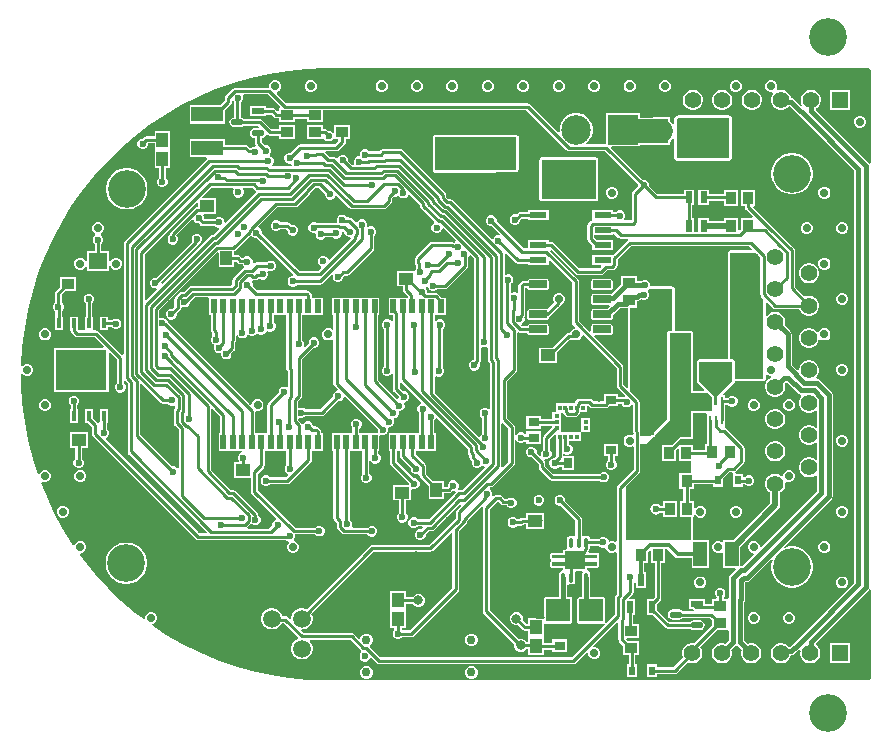
<source format=gbr>
G04*
G04 #@! TF.GenerationSoftware,Altium Limited,Altium Designer,25.1.2 (22)*
G04*
G04 Layer_Physical_Order=4*
G04 Layer_Color=16711680*
%FSLAX25Y25*%
%MOIN*%
G70*
G04*
G04 #@! TF.SameCoordinates,8CEF69DF-C305-4807-9533-15B17650E19F*
G04*
G04*
G04 #@! TF.FilePolarity,Positive*
G04*
G01*
G75*
%ADD12C,0.01968*%
%ADD15C,0.01000*%
%ADD18R,0.04134X0.03543*%
G04:AMPARAMS|DCode=21|XSize=61.02mil|YSize=23.62mil|CornerRadius=2.01mil|HoleSize=0mil|Usage=FLASHONLY|Rotation=0.000|XOffset=0mil|YOffset=0mil|HoleType=Round|Shape=RoundedRectangle|*
%AMROUNDEDRECTD21*
21,1,0.06102,0.01961,0,0,0.0*
21,1,0.05701,0.02362,0,0,0.0*
1,1,0.00402,0.02850,-0.00980*
1,1,0.00402,-0.02850,-0.00980*
1,1,0.00402,-0.02850,0.00980*
1,1,0.00402,0.02850,0.00980*
%
%ADD21ROUNDEDRECTD21*%
%ADD23R,0.04758X0.03985*%
%ADD25R,0.03740X0.03150*%
%ADD27R,0.03543X0.04134*%
%ADD29R,0.05906X0.05512*%
%ADD30R,0.03985X0.04758*%
%ADD33C,0.12598*%
%ADD34R,0.09843X0.09843*%
%ADD35C,0.09843*%
%ADD36C,0.05500*%
%ADD37R,0.05512X0.05512*%
%ADD38C,0.05512*%
%ADD39C,0.05984*%
%ADD40R,0.05984X0.05984*%
%ADD41C,0.02953*%
%ADD42C,0.02800*%
%ADD43C,0.02362*%
%ADD44C,0.03150*%
%ADD46C,0.01500*%
%ADD47C,0.01181*%
%ADD48C,0.12600*%
%ADD50R,0.04168X0.02153*%
G04:AMPARAMS|DCode=51|XSize=41.68mil|YSize=21.53mil|CornerRadius=10.77mil|HoleSize=0mil|Usage=FLASHONLY|Rotation=180.000|XOffset=0mil|YOffset=0mil|HoleType=Round|Shape=RoundedRectangle|*
%AMROUNDEDRECTD51*
21,1,0.04168,0.00000,0,0,180.0*
21,1,0.02015,0.02153,0,0,180.0*
1,1,0.02153,-0.01008,0.00000*
1,1,0.02153,0.01008,0.00000*
1,1,0.02153,0.01008,0.00000*
1,1,0.02153,-0.01008,0.00000*
%
%ADD51ROUNDEDRECTD51*%
%ADD52R,0.04500X0.08000*%
%ADD53R,0.03937X0.09843*%
%ADD54R,0.02362X0.03150*%
%ADD55R,0.00900X0.02800*%
%ADD56R,0.08465X0.04921*%
%ADD57R,0.03543X0.02953*%
%ADD58R,0.02362X0.04134*%
G04:AMPARAMS|DCode=59|XSize=68.9mil|YSize=59.06mil|CornerRadius=2.07mil|HoleSize=0mil|Usage=FLASHONLY|Rotation=180.000|XOffset=0mil|YOffset=0mil|HoleType=Round|Shape=RoundedRectangle|*
%AMROUNDEDRECTD59*
21,1,0.06890,0.05492,0,0,180.0*
21,1,0.06476,0.05906,0,0,180.0*
1,1,0.00413,-0.03238,0.02746*
1,1,0.00413,0.03238,0.02746*
1,1,0.00413,0.03238,-0.02746*
1,1,0.00413,-0.03238,-0.02746*
%
%ADD59ROUNDEDRECTD59*%
G04:AMPARAMS|DCode=60|XSize=13.78mil|YSize=33.47mil|CornerRadius=2mil|HoleSize=0mil|Usage=FLASHONLY|Rotation=180.000|XOffset=0mil|YOffset=0mil|HoleType=Round|Shape=RoundedRectangle|*
%AMROUNDEDRECTD60*
21,1,0.01378,0.02947,0,0,180.0*
21,1,0.00978,0.03347,0,0,180.0*
1,1,0.00400,-0.00489,0.01473*
1,1,0.00400,0.00489,0.01473*
1,1,0.00400,0.00489,-0.01473*
1,1,0.00400,-0.00489,-0.01473*
%
%ADD60ROUNDEDRECTD60*%
%ADD61R,0.01772X0.01378*%
%ADD62R,0.01378X0.01772*%
%ADD63R,0.02953X0.03543*%
%ADD64R,0.10630X0.04921*%
%ADD65R,0.02362X0.03937*%
%ADD66R,0.05750X0.02100*%
%ADD67R,0.17100X0.13600*%
%ADD68R,0.01700X0.03400*%
%ADD69R,0.02000X0.04700*%
%ADD70C,0.07874*%
%ADD71R,0.08000X0.07500*%
%ADD72R,0.08000X0.07639*%
G36*
X480500Y478500D02*
X480500Y478500D01*
X658578Y478500D01*
X659164Y477914D01*
Y446822D01*
X658664Y446671D01*
X658466Y446967D01*
X657002Y448431D01*
X657002Y448431D01*
X640838Y464594D01*
X640887Y465135D01*
X641212Y465322D01*
X641835Y465945D01*
X642276Y466708D01*
X642504Y467559D01*
Y468441D01*
X642276Y469292D01*
X641835Y470055D01*
X641212Y470678D01*
X640449Y471118D01*
X639598Y471347D01*
X638717D01*
X637866Y471118D01*
X637103Y470678D01*
X636480Y470055D01*
X636039Y469292D01*
X635811Y468441D01*
Y467559D01*
X636039Y466708D01*
X636234Y466370D01*
X635834Y466063D01*
X633646Y468252D01*
X633203Y468548D01*
X632679Y468652D01*
X632605D01*
X632433Y469292D01*
X631993Y470055D01*
X631370Y470678D01*
X630607Y471118D01*
X629755Y471347D01*
X628874D01*
X628146Y471151D01*
X627868Y471382D01*
X627769Y471549D01*
X627975Y472045D01*
Y472837D01*
X627672Y473568D01*
X627112Y474128D01*
X626380Y474431D01*
X625588D01*
X624857Y474128D01*
X624297Y473568D01*
X623993Y472837D01*
Y472045D01*
X624297Y471313D01*
X624857Y470753D01*
X625588Y470450D01*
X626326D01*
X626518Y470210D01*
X626607Y470003D01*
X626197Y469292D01*
X625969Y468441D01*
Y467559D01*
X626197Y466708D01*
X626637Y465945D01*
X627260Y465322D01*
X628023Y464882D01*
X628874Y464653D01*
X629755D01*
X630607Y464882D01*
X631370Y465322D01*
X631966Y465918D01*
X632113D01*
X633973Y464058D01*
X633973Y464058D01*
X635902Y462130D01*
X635902Y462129D01*
X653633Y444398D01*
Y307066D01*
X635841Y289274D01*
X635841Y289274D01*
X633906Y287339D01*
X633906Y287339D01*
X632306Y285739D01*
X631835Y285555D01*
X631212Y286178D01*
X630449Y286618D01*
X629598Y286846D01*
X628717D01*
X627866Y286618D01*
X627103Y286178D01*
X626480Y285555D01*
X626039Y284792D01*
X625811Y283941D01*
Y283059D01*
X626039Y282208D01*
X626480Y281445D01*
X627103Y280822D01*
X627866Y280382D01*
X628717Y280154D01*
X629598D01*
X630449Y280382D01*
X631212Y280822D01*
X631835Y281445D01*
X632276Y282208D01*
X632421Y282752D01*
X632619D01*
X633142Y282856D01*
X633585Y283152D01*
X635277Y284844D01*
X635374Y284828D01*
X635740Y284263D01*
X635653Y283941D01*
Y283059D01*
X635882Y282208D01*
X636322Y281445D01*
X636945Y280822D01*
X637708Y280382D01*
X638559Y280153D01*
X639441D01*
X640292Y280382D01*
X641055Y280822D01*
X641678Y281445D01*
X642118Y282208D01*
X642346Y283059D01*
Y283941D01*
X642118Y284792D01*
X641678Y285555D01*
X641055Y286178D01*
X640868Y286286D01*
X640814Y286845D01*
X657002Y303033D01*
X657002Y303033D01*
X658466Y304498D01*
X658664Y304794D01*
X659164Y304642D01*
Y275099D01*
X658578Y274514D01*
X481000Y274514D01*
X477865Y274421D01*
X471596Y274622D01*
X465352Y275208D01*
X459155Y276176D01*
X453029Y277522D01*
X446998Y279243D01*
X441083Y281330D01*
X435308Y283777D01*
X429695Y286574D01*
X424263Y289710D01*
X419622Y292785D01*
X419662Y293092D01*
X419740Y293307D01*
X420419Y293588D01*
X420979Y294148D01*
X421282Y294880D01*
Y295672D01*
X420979Y296403D01*
X420419Y296963D01*
X419687Y297266D01*
X418895D01*
X418164Y296963D01*
X417604Y296403D01*
X417301Y295672D01*
Y295109D01*
X416812Y294851D01*
X414028Y296953D01*
X409264Y301032D01*
X404759Y305395D01*
X400530Y310028D01*
X396594Y314911D01*
X395533Y316407D01*
X395791Y316907D01*
X396065D01*
X396797Y317210D01*
X397357Y317770D01*
X397660Y318502D01*
Y319293D01*
X397357Y320025D01*
X396797Y320585D01*
X396065Y320888D01*
X395273D01*
X394542Y320585D01*
X393982Y320025D01*
X393833Y319667D01*
X393266Y319603D01*
X392966Y320026D01*
X389658Y325355D01*
X386684Y330877D01*
X384054Y336571D01*
X382582Y340352D01*
X382971Y340733D01*
X383462Y340529D01*
X384254D01*
X384986Y340832D01*
X385546Y341392D01*
X385849Y342124D01*
Y342916D01*
X385546Y343647D01*
X384986Y344207D01*
X384254Y344510D01*
X383462D01*
X382731Y344207D01*
X382171Y343647D01*
X382024Y343292D01*
X381492Y343315D01*
X379868Y348390D01*
X378327Y354469D01*
X377162Y360632D01*
X376378Y366855D01*
X375977Y373114D01*
X375969Y376414D01*
X376468Y376622D01*
X376825Y376265D01*
X377557Y375962D01*
X378349D01*
X379080Y376265D01*
X379640Y376825D01*
X379943Y377557D01*
Y378349D01*
X379640Y379080D01*
X379080Y379640D01*
X378349Y379943D01*
X377557D01*
X376825Y379640D01*
X376462Y379277D01*
X376188Y379337D01*
X375968Y379490D01*
X376331Y385647D01*
X377085Y391874D01*
X378220Y398042D01*
X379731Y404129D01*
X381613Y410112D01*
X383860Y415968D01*
X386461Y421675D01*
X389408Y427211D01*
X392690Y432556D01*
X396293Y437690D01*
X400206Y442592D01*
X404411Y447245D01*
X408895Y451631D01*
X413639Y455733D01*
X418627Y459536D01*
X423839Y463025D01*
X429255Y466188D01*
X434855Y469013D01*
X440618Y471488D01*
X446522Y473604D01*
X452545Y475354D01*
X458664Y476731D01*
X464856Y477729D01*
X471097Y478345D01*
X477365Y478577D01*
X480500Y478500D01*
D02*
G37*
%LPC*%
G36*
X461026Y474431D02*
X460234D01*
X459502Y474128D01*
X458942Y473568D01*
X458639Y472837D01*
Y472091D01*
X458601Y472060D01*
X458601Y472060D01*
X447258D01*
X447258Y472060D01*
X446832Y471975D01*
X446472Y471734D01*
X444250Y469513D01*
X444009Y469152D01*
X443925Y468726D01*
X443925Y468726D01*
Y467753D01*
X442333Y466161D01*
X432094D01*
Y460059D01*
X443905D01*
Y464589D01*
X445823Y466506D01*
X446064Y466867D01*
X446148Y467292D01*
X446215Y467451D01*
X446793Y467566D01*
X446937Y467427D01*
Y462179D01*
X446390Y462070D01*
X445839Y461702D01*
X445471Y461150D01*
X445341Y460500D01*
X445471Y459850D01*
X445839Y459298D01*
X446390Y458930D01*
X447041Y458800D01*
X449056D01*
X449707Y458930D01*
X450258Y459298D01*
X450318Y459388D01*
X454961D01*
X455290Y459059D01*
X455098Y458597D01*
X453944D01*
X453294Y458468D01*
X452742Y458100D01*
X452374Y457548D01*
X452244Y456898D01*
X452374Y456247D01*
X452742Y455696D01*
X453294Y455327D01*
X453840Y455219D01*
Y453548D01*
X453840Y453548D01*
X453924Y453123D01*
X454088Y452878D01*
X453958Y452516D01*
X453842Y452378D01*
X453541D01*
X452890Y452108D01*
X452761Y451979D01*
X452196D01*
X451499Y452676D01*
X451138Y452917D01*
X450713Y453002D01*
X450712Y453002D01*
X443905D01*
Y454941D01*
X432094D01*
Y448839D01*
X437611D01*
X437766Y448367D01*
X437766Y448339D01*
X410399Y420971D01*
X410158Y420611D01*
X410073Y420185D01*
X410073Y420185D01*
Y383099D01*
X409573Y382892D01*
X401679Y390786D01*
X401318Y391027D01*
X400892Y391112D01*
X400892Y391112D01*
X400421D01*
X399941Y391160D01*
X399940Y391612D01*
Y395741D01*
X399612D01*
Y400106D01*
X400002Y400496D01*
X400272Y401148D01*
Y401852D01*
X400002Y402504D01*
X399504Y403002D01*
X398852Y403272D01*
X398148D01*
X397496Y403002D01*
X396998Y402504D01*
X396728Y401852D01*
Y401148D01*
X396998Y400496D01*
X397388Y400106D01*
Y395741D01*
X397059D01*
X397059Y391160D01*
X396579Y391112D01*
X395421D01*
X394940Y391160D01*
Y395741D01*
X392059D01*
Y391160D01*
X392124D01*
X392499Y390889D01*
X392583Y390464D01*
X392824Y390103D01*
X393714Y389214D01*
X394075Y388973D01*
X394500Y388888D01*
X400432D01*
X403467Y385853D01*
X403276Y385390D01*
X386859D01*
Y370609D01*
X405140D01*
Y383526D01*
X405603Y383717D01*
X407888Y381432D01*
Y373526D01*
X407498Y373136D01*
X407228Y372485D01*
Y371780D01*
X407498Y371129D01*
X407996Y370631D01*
X408648Y370361D01*
X409352D01*
X410004Y370631D01*
X410502Y371129D01*
X410772Y371780D01*
Y372485D01*
X410502Y373136D01*
X410112Y373526D01*
Y374112D01*
X410612Y374319D01*
X411388Y373543D01*
Y350799D01*
X411388Y350799D01*
X411473Y350374D01*
X411714Y350013D01*
X437787Y323940D01*
X437596Y323478D01*
X435382D01*
X404079Y354781D01*
X404196Y355371D01*
X404504Y355498D01*
X405002Y355996D01*
X405272Y356648D01*
Y357352D01*
X405002Y358004D01*
X404612Y358394D01*
Y360260D01*
X404941D01*
Y364841D01*
X402060D01*
Y360703D01*
X401679Y360302D01*
X401510Y360286D01*
X401475Y360307D01*
X401450Y360323D01*
X399940Y361832D01*
Y364841D01*
X397059D01*
Y360260D01*
X398368D01*
X399593Y359035D01*
Y356583D01*
X399593Y356583D01*
X399677Y356157D01*
X399918Y355797D01*
X434135Y321580D01*
X434135Y321580D01*
X434496Y321339D01*
X434921Y321254D01*
X464258D01*
X464435Y321077D01*
X464971Y320855D01*
X465115Y320484D01*
X465130Y320308D01*
X464848Y320025D01*
X464545Y319293D01*
Y318502D01*
X464848Y317770D01*
X465408Y317210D01*
X466139Y316907D01*
X466931D01*
X467663Y317210D01*
X468223Y317770D01*
X468526Y318502D01*
Y319293D01*
X468223Y320025D01*
X467663Y320585D01*
X466931Y320888D01*
X466753Y321388D01*
X466940Y321576D01*
X467210Y322227D01*
Y322932D01*
X467334Y323116D01*
X473947D01*
X474337Y322726D01*
X474988Y322457D01*
X475693D01*
X476344Y322726D01*
X476843Y323225D01*
X477112Y323876D01*
Y324581D01*
X476843Y325232D01*
X476344Y325730D01*
X475693Y326000D01*
X474988D01*
X474337Y325730D01*
X473947Y325340D01*
X467463D01*
X467107Y325696D01*
X466746Y325937D01*
X466648Y325956D01*
X454750Y337854D01*
Y343324D01*
X456763Y345337D01*
X457004Y345698D01*
X457088Y346123D01*
Y350959D01*
X464339D01*
Y346344D01*
X463998Y346004D01*
X463728Y345352D01*
Y344648D01*
X463998Y343996D01*
X464496Y343498D01*
X464804Y343371D01*
X464921Y342781D01*
X464252Y342112D01*
X458894D01*
X458504Y342502D01*
X457852Y342772D01*
X457148D01*
X456496Y342502D01*
X455998Y342004D01*
X455728Y341352D01*
Y340648D01*
X455998Y339996D01*
X456496Y339498D01*
X457148Y339228D01*
X457852D01*
X458504Y339498D01*
X458894Y339888D01*
X464712D01*
X464713Y339888D01*
X465138Y339973D01*
X465499Y340214D01*
X472487Y347202D01*
X472487Y347202D01*
X472728Y347563D01*
X472813Y347988D01*
X472813Y347988D01*
Y350959D01*
X476441D01*
Y356840D01*
X475962D01*
Y357414D01*
X475878Y357840D01*
X475637Y358201D01*
X475637Y358201D01*
X475051Y358786D01*
X474690Y359027D01*
X474265Y359112D01*
X474265Y359112D01*
X473272D01*
Y359352D01*
X473002Y360004D01*
X472504Y360502D01*
X471852Y360772D01*
X471148D01*
X470496Y360502D01*
X470022Y360027D01*
X470003Y360020D01*
X469922Y360007D01*
X469467Y360027D01*
X469337Y360220D01*
X468344Y361214D01*
X468377Y361666D01*
X468817Y361945D01*
X469012Y361864D01*
X469717D01*
X470368Y362134D01*
X470758Y362524D01*
X476055D01*
X476055Y362524D01*
X476481Y362609D01*
X476841Y362850D01*
X481448Y367457D01*
X482000D01*
X482651Y367726D01*
X483149Y368225D01*
X483419Y368876D01*
Y368877D01*
X483881Y369068D01*
X494728Y358221D01*
Y357669D01*
X494865Y357341D01*
X494530Y356840D01*
X488561D01*
Y358324D01*
X488636Y358355D01*
X489135Y358854D01*
X489404Y359505D01*
Y360209D01*
X489135Y360861D01*
X488636Y361359D01*
X487985Y361629D01*
X487280D01*
X486629Y361359D01*
X486131Y360861D01*
X485861Y360209D01*
Y359505D01*
X486131Y358854D01*
X486337Y358647D01*
Y356840D01*
X479559D01*
Y350959D01*
X480038D01*
Y328520D01*
X480038Y328520D01*
X480122Y328094D01*
X480363Y327733D01*
X481116Y326980D01*
Y325559D01*
X481116Y325559D01*
X481201Y325133D01*
X481442Y324773D01*
X482773Y323442D01*
X482773Y323442D01*
X483134Y323201D01*
X483559Y323116D01*
X483559Y323116D01*
X491297D01*
X491768Y322646D01*
X492419Y322376D01*
X493124D01*
X493775Y322646D01*
X494274Y323144D01*
X494543Y323795D01*
Y324500D01*
X494274Y325151D01*
X493775Y325649D01*
X493124Y325919D01*
X492419D01*
X491768Y325649D01*
X491459Y325340D01*
X486478D01*
X486144Y325840D01*
X486272Y326148D01*
Y326852D01*
X486002Y327504D01*
X485504Y328002D01*
X485411Y328040D01*
Y350959D01*
X489687D01*
Y343193D01*
X489498Y343004D01*
X489228Y342352D01*
Y341648D01*
X489498Y340996D01*
X489996Y340498D01*
X490648Y340228D01*
X491352D01*
X492004Y340498D01*
X492502Y340996D01*
X492772Y341648D01*
Y342352D01*
X492502Y343004D01*
X492004Y343502D01*
X491911Y343540D01*
Y347607D01*
X492411Y347706D01*
X492498Y347496D01*
X492996Y346998D01*
X493648Y346728D01*
X494352D01*
X495004Y346998D01*
X495502Y347496D01*
X495772Y348148D01*
Y348852D01*
X495502Y349504D01*
X495004Y350002D01*
X494986Y350009D01*
Y350959D01*
X495339D01*
Y356044D01*
X495839Y356378D01*
X496148Y356250D01*
X496852D01*
X497504Y356520D01*
X498002Y357018D01*
X498272Y357669D01*
Y358374D01*
X498612Y358860D01*
X498852D01*
X499504Y359130D01*
X500002Y359628D01*
X500272Y360279D01*
Y360984D01*
X500157Y361260D01*
X500372Y361760D01*
X501023Y362030D01*
X501521Y362528D01*
X501791Y363180D01*
Y363884D01*
X502021Y364228D01*
X502352D01*
X503004Y364498D01*
X503502Y364996D01*
X503772Y365648D01*
Y366352D01*
X503616Y366728D01*
X503846Y367215D01*
X503901Y367248D01*
X504504Y367498D01*
X505002Y367996D01*
X505272Y368648D01*
Y369352D01*
X505002Y370004D01*
X504504Y370502D01*
X503852Y370772D01*
X503301D01*
X502112Y371961D01*
Y373610D01*
X502612Y373817D01*
X509283Y367146D01*
X509149Y366572D01*
X508768Y366414D01*
X508270Y365916D01*
X508000Y365265D01*
Y364560D01*
X508270Y363909D01*
X508427Y363752D01*
Y356840D01*
X498457D01*
Y350959D01*
X498935D01*
Y346953D01*
X498935Y346953D01*
X499020Y346527D01*
X499261Y346166D01*
X505228Y340199D01*
Y339648D01*
X505185Y339583D01*
X500031D01*
Y334417D01*
X501888D01*
Y330209D01*
X501498Y329819D01*
X501228Y329168D01*
Y328463D01*
X501498Y327812D01*
X501996Y327314D01*
X502648Y327044D01*
X503352D01*
X504004Y327314D01*
X504502Y327812D01*
X504772Y328463D01*
Y329168D01*
X504502Y329819D01*
X504112Y330209D01*
Y334417D01*
X505969D01*
Y337968D01*
X506469Y338302D01*
X506648Y338228D01*
X507352D01*
X508004Y338498D01*
X508502Y338996D01*
X508772Y339648D01*
Y340352D01*
X508502Y341004D01*
X508004Y341502D01*
X507352Y341772D01*
X506801D01*
X501159Y347413D01*
Y350959D01*
X502085D01*
Y349303D01*
X502085Y349303D01*
X502170Y348878D01*
X502411Y348517D01*
X505728Y345199D01*
Y344648D01*
X505998Y343996D01*
X506496Y343498D01*
X507148Y343228D01*
X507852D01*
X508160Y343356D01*
X508660Y343022D01*
Y342865D01*
X508660Y342865D01*
X508744Y342440D01*
X508985Y342079D01*
X511779Y339286D01*
Y334920D01*
X516945D01*
Y336777D01*
X518389D01*
X518389Y336777D01*
X518814Y336862D01*
X519175Y337103D01*
X519626Y337553D01*
X519648Y337544D01*
X520352D01*
X520582Y337639D01*
X520865Y337215D01*
X511762Y328112D01*
X508122D01*
X507732Y328502D01*
X507081Y328772D01*
X506376D01*
X505725Y328502D01*
X505226Y328004D01*
X504957Y327352D01*
Y326648D01*
X505226Y325996D01*
X505725Y325498D01*
X506376Y325228D01*
X507081D01*
X507732Y325498D01*
X508122Y325888D01*
X509662D01*
X509854Y325426D01*
X509199Y324772D01*
X508648D01*
X507996Y324502D01*
X507498Y324004D01*
X507228Y323352D01*
Y322648D01*
X507498Y321996D01*
X507996Y321498D01*
X508648Y321228D01*
X509352D01*
X510004Y321498D01*
X510502Y321996D01*
X510772Y322648D01*
Y323199D01*
X511870Y324297D01*
X512881D01*
X512881Y324297D01*
X513307Y324382D01*
X513667Y324623D01*
X522240Y333196D01*
X522324Y333179D01*
X522489Y332636D01*
X521085Y331232D01*
X520844Y330871D01*
X520759Y330446D01*
X520759Y330446D01*
Y328435D01*
X511903Y319579D01*
X492967D01*
X492967Y319579D01*
X492542Y319494D01*
X492181Y319253D01*
X492181Y319253D01*
X471126Y298198D01*
X470883Y298339D01*
X469972Y298583D01*
X469028D01*
X468117Y298339D01*
X467300Y297867D01*
X466633Y297200D01*
X466161Y296383D01*
X465917Y295472D01*
Y295089D01*
X465417Y294881D01*
X464778Y295520D01*
X464418Y295761D01*
X463992Y295846D01*
X463992Y295846D01*
X462982D01*
X462839Y296383D01*
X462367Y297200D01*
X461700Y297867D01*
X460883Y298339D01*
X459972Y298583D01*
X459028D01*
X458117Y298339D01*
X457300Y297867D01*
X456633Y297200D01*
X456161Y296383D01*
X455917Y295472D01*
Y294528D01*
X456161Y293617D01*
X456633Y292800D01*
X457300Y292133D01*
X458117Y291662D01*
X459028Y291417D01*
X459972D01*
X460883Y291662D01*
X461700Y292133D01*
X462367Y292800D01*
X462839Y293617D01*
X462840Y293622D01*
X463531D01*
X468314Y288840D01*
X468185Y288357D01*
X468117Y288338D01*
X467300Y287867D01*
X466633Y287200D01*
X466161Y286383D01*
X465917Y285472D01*
Y284528D01*
X466161Y283617D01*
X466633Y282800D01*
X467300Y282133D01*
X468117Y281662D01*
X469028Y281417D01*
X469972D01*
X470883Y281662D01*
X471700Y282133D01*
X472367Y282800D01*
X472838Y283617D01*
X473083Y284528D01*
Y285472D01*
X472838Y286383D01*
X472367Y287200D01*
X472096Y287471D01*
X472303Y287971D01*
X485740D01*
X489150Y284560D01*
X489150Y284560D01*
X489301Y284460D01*
X489341Y284366D01*
X489369Y283895D01*
X489360Y283865D01*
X488998Y283504D01*
X488728Y282852D01*
Y282148D01*
X488998Y281496D01*
X489496Y280998D01*
X490148Y280728D01*
X490852D01*
X491504Y280998D01*
X492002Y281496D01*
X492129Y281804D01*
X492719Y281921D01*
X494426Y280214D01*
X494787Y279973D01*
X495213Y279888D01*
X495213Y279888D01*
X560000D01*
X560000Y279888D01*
X560426Y279973D01*
X560786Y280214D01*
X564442Y283870D01*
X564938Y283659D01*
Y283068D01*
X565241Y282337D01*
X565801Y281777D01*
X566533Y281474D01*
X567325D01*
X568056Y281777D01*
X568616Y282337D01*
X568920Y283068D01*
Y283860D01*
X568616Y284592D01*
X568056Y285152D01*
X567325Y285455D01*
X566735D01*
X566524Y285951D01*
X574545Y293973D01*
X575007Y293781D01*
Y288110D01*
X575007Y288110D01*
X575092Y287685D01*
X575333Y287324D01*
X576619Y286038D01*
Y282886D01*
X578469D01*
Y279819D01*
X577809D01*
Y275488D01*
X581353D01*
Y279819D01*
X580693D01*
Y282886D01*
X581934D01*
Y287610D01*
X578192D01*
X577707Y288094D01*
X577915Y288595D01*
X581934D01*
Y293319D01*
X579872D01*
Y296287D01*
X580532D01*
Y301602D01*
X578853D01*
X578661Y302064D01*
X579786Y303189D01*
X579786Y303189D01*
X580027Y303550D01*
X580112Y303975D01*
X580112Y303975D01*
Y307230D01*
X580228Y307308D01*
X580728Y307040D01*
Y305343D01*
X584272D01*
Y310658D01*
X583704D01*
Y313626D01*
X584866D01*
Y317238D01*
X585388Y317760D01*
X585850Y317569D01*
Y313626D01*
X587101D01*
Y302264D01*
X586439Y301602D01*
X584469D01*
Y296287D01*
X586439D01*
X590720Y292007D01*
X590720Y292006D01*
X591081Y291765D01*
X591506Y291681D01*
X598863D01*
X598923Y291591D01*
X599475Y291223D01*
X600125Y291093D01*
X602141D01*
X602791Y291223D01*
X603342Y291591D01*
X603711Y292142D01*
X603840Y292793D01*
X603711Y293443D01*
X603342Y293995D01*
X602791Y294363D01*
X602141Y294492D01*
X600125D01*
X599475Y294363D01*
X598923Y293995D01*
X598863Y293905D01*
X591967D01*
X588012Y297860D01*
Y300030D01*
X588999Y301017D01*
X589240Y301378D01*
X589325Y301803D01*
X589325Y301803D01*
Y313626D01*
X590575D01*
Y318327D01*
X591257D01*
X593935Y315649D01*
X594326Y315387D01*
X594787Y315296D01*
X594787Y315296D01*
X599409D01*
Y311910D01*
X605091D01*
Y321091D01*
X600017D01*
X599913Y321217D01*
Y328968D01*
X600254D01*
Y329348D01*
X600379Y329418D01*
X600754Y329502D01*
X601234Y329021D01*
X601966Y328718D01*
X602758D01*
X603490Y329021D01*
X604049Y329581D01*
X604353Y330313D01*
Y331104D01*
X604049Y331836D01*
X603490Y332396D01*
X602758Y332699D01*
X601966D01*
X601234Y332396D01*
X600754Y331915D01*
X600379Y331999D01*
X600254Y332069D01*
Y334283D01*
X598856D01*
Y338236D01*
X600106D01*
Y339781D01*
X606393D01*
Y339067D01*
X609937D01*
Y341825D01*
X611903Y343792D01*
X612830D01*
X613086Y343398D01*
X613086Y343292D01*
Y339067D01*
X616630D01*
Y339832D01*
X617130Y339865D01*
X617496Y339498D01*
X618148Y339228D01*
X618852D01*
X619504Y339498D01*
X620002Y339996D01*
X620272Y340648D01*
Y341352D01*
X620002Y342004D01*
X619504Y342502D01*
X618852Y342772D01*
X618148D01*
X617496Y342502D01*
X617130Y342135D01*
X616630Y342168D01*
Y343398D01*
X614135D01*
X613856Y343861D01*
X613861Y343898D01*
X614190Y344117D01*
X616786Y346714D01*
X616786Y346714D01*
X617027Y347075D01*
X617112Y347500D01*
Y351958D01*
X617112Y351958D01*
X617027Y352384D01*
X616786Y352745D01*
X611000Y358531D01*
X610647Y358767D01*
X610510Y359209D01*
X610510Y359245D01*
Y360841D01*
X610581Y361200D01*
Y366388D01*
X611606D01*
X611996Y365998D01*
X612648Y365728D01*
X613352D01*
X614004Y365998D01*
X614502Y366496D01*
X614772Y367148D01*
Y367852D01*
X614502Y368504D01*
X614004Y369002D01*
X613352Y369272D01*
X612648D01*
X611996Y369002D01*
X611606Y368612D01*
X610510D01*
Y369491D01*
X610088D01*
X609897Y369953D01*
X613610Y373666D01*
X613784Y373926D01*
X613838Y374199D01*
X613845Y374197D01*
X623367D01*
X623674Y374258D01*
X623935Y374432D01*
X624109Y374693D01*
X624170Y375000D01*
Y376245D01*
X624670Y376452D01*
X624857Y376265D01*
X625588Y375962D01*
X625864D01*
X625951Y375722D01*
X625952Y375462D01*
X625268Y375067D01*
X624646Y374445D01*
X624206Y373683D01*
X623978Y372833D01*
Y371954D01*
X624206Y371104D01*
X624646Y370342D01*
X625268Y369721D01*
X626029Y369281D01*
X626879Y369053D01*
X627759D01*
X628608Y369281D01*
X629370Y369721D01*
X629992Y370342D01*
X630432Y371104D01*
X630659Y371954D01*
Y372833D01*
X630455Y373597D01*
X630891Y374033D01*
X631001D01*
X634910Y370124D01*
X635353Y369828D01*
X635806Y369738D01*
X635922Y369539D01*
X635999Y369224D01*
X635827Y369051D01*
X635387Y368289D01*
X635159Y367440D01*
Y366560D01*
X635387Y365711D01*
X635827Y364949D01*
X636449Y364327D01*
X637211Y363887D01*
X638060Y363660D01*
X638940D01*
X639789Y363887D01*
X640551Y364327D01*
X640724Y364499D01*
X641224Y364292D01*
Y358920D01*
X640724Y358713D01*
X640551Y358886D01*
X639789Y359326D01*
X638940Y359553D01*
X638060D01*
X637211Y359326D01*
X636449Y358886D01*
X635827Y358264D01*
X635387Y357502D01*
X635159Y356652D01*
Y355773D01*
X635387Y354923D01*
X635827Y354162D01*
X636449Y353539D01*
X637211Y353100D01*
X638060Y352872D01*
X638940D01*
X639789Y353100D01*
X640551Y353539D01*
X640724Y353712D01*
X641224Y353505D01*
Y348133D01*
X640724Y347926D01*
X640551Y348098D01*
X639789Y348538D01*
X638940Y348766D01*
X638060D01*
X637211Y348538D01*
X636449Y348098D01*
X635827Y347476D01*
X635387Y346715D01*
X635159Y345865D01*
Y344985D01*
X635387Y344136D01*
X635827Y343374D01*
X636449Y342752D01*
X637211Y342312D01*
X638060Y342085D01*
X638940D01*
X639789Y342312D01*
X640551Y342752D01*
X640724Y342925D01*
X641224Y342718D01*
Y337518D01*
X622569Y318864D01*
X622069Y319071D01*
Y319293D01*
X621766Y320025D01*
X621206Y320585D01*
X620474Y320888D01*
X619683D01*
X618951Y320585D01*
X618391Y320025D01*
X618088Y319293D01*
Y318502D01*
X618391Y317770D01*
X618951Y317210D01*
X619683Y316907D01*
X619905D01*
X620113Y316407D01*
X616232Y312526D01*
X615843D01*
X615590Y312734D01*
Y318820D01*
X628454Y331683D01*
X628454Y331683D01*
X628802Y332204D01*
X628925Y332819D01*
X628925Y332819D01*
Y337101D01*
X629370Y337358D01*
X629992Y337980D01*
X630432Y338742D01*
X630659Y339592D01*
Y340333D01*
X630952Y340606D01*
X631120Y340684D01*
X631494Y340529D01*
X632285D01*
X633017Y340832D01*
X633577Y341392D01*
X633880Y342124D01*
Y342916D01*
X633577Y343647D01*
X633017Y344207D01*
X632285Y344510D01*
X631494D01*
X630762Y344207D01*
X630202Y343647D01*
X629899Y342916D01*
Y342829D01*
X629437Y342638D01*
X629370Y342705D01*
X628608Y343144D01*
X627759Y343372D01*
X626879D01*
X626029Y343144D01*
X625268Y342705D01*
X624646Y342083D01*
X624206Y341321D01*
X623978Y340471D01*
Y339592D01*
X624206Y338742D01*
X624646Y337980D01*
X625268Y337358D01*
X625713Y337101D01*
Y333484D01*
X613320Y321091D01*
X609909D01*
Y320724D01*
X609447Y320533D01*
X609395Y320585D01*
X608664Y320888D01*
X607872D01*
X607140Y320585D01*
X606580Y320025D01*
X606277Y319293D01*
Y318502D01*
X606580Y317770D01*
X607140Y317210D01*
X607872Y316907D01*
X608664D01*
X609395Y317210D01*
X609447Y317262D01*
X609909Y317071D01*
Y311910D01*
X614007D01*
X614198Y311448D01*
X612177Y309426D01*
X611881Y308983D01*
X611777Y308460D01*
Y302146D01*
X611583Y301726D01*
X611277Y301726D01*
X610147D01*
X610083Y302226D01*
X610428Y302571D01*
X610697Y303222D01*
Y303927D01*
X610428Y304578D01*
X609929Y305076D01*
X609278Y305346D01*
X608573D01*
X607922Y305076D01*
X607424Y304578D01*
X607154Y303927D01*
Y303222D01*
X607424Y302571D01*
X607769Y302226D01*
X607704Y301726D01*
X606268D01*
Y300066D01*
X603808D01*
Y301664D01*
X598458D01*
Y298330D01*
X599818D01*
X599927Y298168D01*
X600168Y298007D01*
X600031Y297507D01*
X596499D01*
X596439Y297597D01*
X595888Y297965D01*
X595237Y298095D01*
X593222D01*
X592572Y297965D01*
X592020Y297597D01*
X591652Y297046D01*
X591523Y296395D01*
X591652Y295745D01*
X592020Y295193D01*
X592572Y294825D01*
X593222Y294695D01*
X595237D01*
X595888Y294825D01*
X596439Y295193D01*
X596499Y295283D01*
X605430D01*
X606268Y294445D01*
Y292865D01*
X600212Y286809D01*
X600070Y286846D01*
X599189D01*
X598338Y286618D01*
X597575Y286178D01*
X596952Y285555D01*
X596512Y284792D01*
X596283Y283941D01*
Y283059D01*
X596512Y282208D01*
X596605Y282047D01*
X593323Y278766D01*
X588045D01*
Y279819D01*
X584502D01*
Y275488D01*
X588045D01*
Y276542D01*
X593783D01*
X593784Y276542D01*
X594209Y276626D01*
X594570Y276867D01*
X598177Y280475D01*
X598338Y280382D01*
X599189Y280153D01*
X600070D01*
X600922Y280382D01*
X601685Y280822D01*
X602308Y281445D01*
X602748Y282208D01*
X602976Y283059D01*
Y283941D01*
X602748Y284792D01*
X602308Y285555D01*
X602205Y285657D01*
X607841Y291293D01*
X611583Y291293D01*
X611777Y290873D01*
Y287737D01*
X610680Y286641D01*
X609913Y286846D01*
X609032D01*
X608181Y286618D01*
X607418Y286178D01*
X606795Y285555D01*
X606354Y284792D01*
X606126Y283941D01*
Y283059D01*
X606354Y282208D01*
X606795Y281445D01*
X607418Y280822D01*
X608181Y280382D01*
X609032Y280153D01*
X609913D01*
X610764Y280382D01*
X611527Y280822D01*
X612150Y281445D01*
X612591Y282208D01*
X612819Y283059D01*
Y283941D01*
X612613Y284708D01*
X614090Y286184D01*
X614192Y286255D01*
X614596D01*
X614698Y286184D01*
X616174Y284708D01*
X615969Y283941D01*
Y283059D01*
X616197Y282208D01*
X616637Y281445D01*
X617260Y280822D01*
X618023Y280382D01*
X618874Y280154D01*
X619756D01*
X620607Y280382D01*
X621370Y280822D01*
X621993Y281445D01*
X622433Y282208D01*
X622661Y283059D01*
Y283941D01*
X622433Y284792D01*
X621993Y285555D01*
X621370Y286178D01*
X620607Y286618D01*
X619756Y286846D01*
X618874D01*
X618107Y286641D01*
X617010Y287737D01*
Y300599D01*
X617263Y300977D01*
X617367Y301500D01*
Y307215D01*
X617445Y307293D01*
X617833D01*
X618357Y307397D01*
X618800Y307693D01*
X626046Y314939D01*
X626470Y314655D01*
X626284Y314207D01*
X626019Y312876D01*
Y311518D01*
X626284Y310187D01*
X626803Y308933D01*
X627557Y307804D01*
X628517Y306845D01*
X629646Y306090D01*
X630899Y305571D01*
X632231Y305306D01*
X633588D01*
X634919Y305571D01*
X636173Y306090D01*
X637302Y306845D01*
X638262Y307804D01*
X639016Y308933D01*
X639535Y310187D01*
X639800Y311518D01*
Y312876D01*
X639535Y314207D01*
X639016Y315461D01*
X638262Y316589D01*
X637302Y317549D01*
X636173Y318303D01*
X634919Y318823D01*
X633588Y319087D01*
X632231D01*
X630899Y318823D01*
X630451Y318637D01*
X630167Y319061D01*
X646057Y334950D01*
X646353Y335394D01*
X646457Y335917D01*
Y369730D01*
X646353Y370253D01*
X646057Y370696D01*
X642196Y374557D01*
X641753Y374853D01*
X641230Y374957D01*
X641101D01*
X640894Y375457D01*
X641173Y375736D01*
X641613Y376498D01*
X641841Y377348D01*
Y378227D01*
X641613Y379077D01*
X641173Y379838D01*
X640551Y380461D01*
X639789Y380900D01*
X638940Y381128D01*
X638060D01*
X637211Y380900D01*
X636449Y380461D01*
X635827Y379838D01*
X635387Y379077D01*
X635159Y378227D01*
Y377983D01*
X634659Y377776D01*
X632776Y379659D01*
Y389878D01*
X632672Y390401D01*
X632376Y390844D01*
X630455Y392765D01*
X630659Y393529D01*
Y394408D01*
X630432Y395258D01*
X629992Y396020D01*
X629370Y396642D01*
X628608Y397081D01*
X627759Y397309D01*
X626879D01*
X626029Y397081D01*
X625268Y396642D01*
X624670Y396043D01*
X624561Y396051D01*
X624170Y396195D01*
Y400248D01*
X624632Y400439D01*
X626495Y398576D01*
X626495Y398576D01*
X626856Y398335D01*
X627281Y398250D01*
X635339D01*
X635387Y398073D01*
X635827Y397311D01*
X636449Y396689D01*
X637211Y396249D01*
X638060Y396022D01*
X638940D01*
X639789Y396249D01*
X640551Y396689D01*
X641173Y397311D01*
X641613Y398073D01*
X641841Y398922D01*
Y399802D01*
X641613Y400652D01*
X641173Y401413D01*
X640551Y402035D01*
X639789Y402475D01*
X638940Y402703D01*
X638060D01*
X637211Y402475D01*
X637051Y402383D01*
X633862Y405573D01*
Y417793D01*
X633862Y417793D01*
X633777Y418218D01*
X633536Y418579D01*
X626360Y425756D01*
X626230Y425842D01*
X619962Y432110D01*
X620169Y432610D01*
X620716D01*
Y437925D01*
X615992D01*
Y432610D01*
X617210D01*
X617242Y432146D01*
X617327Y431720D01*
X617568Y431359D01*
X619808Y429119D01*
X619617Y428657D01*
X615992D01*
Y424915D01*
X615508Y424431D01*
X615008Y424638D01*
Y428657D01*
X610284D01*
Y427606D01*
X605232D01*
Y428559D01*
X601689D01*
Y423954D01*
X600311D01*
Y428559D01*
X599651D01*
Y432941D01*
X600311D01*
Y438059D01*
X596768D01*
Y436612D01*
X587961D01*
X585311Y439261D01*
Y439813D01*
X585041Y440464D01*
X584543Y440963D01*
X583892Y441232D01*
X583340D01*
X572541Y452031D01*
X572733Y452493D01*
X582075D01*
Y452872D01*
X589189D01*
X589471Y452910D01*
X592091D01*
Y453959D01*
X592418Y454210D01*
X593144Y455156D01*
X593197Y455285D01*
X593697Y455185D01*
Y448500D01*
X593758Y448193D01*
X593932Y447932D01*
X594193Y447758D01*
X594500Y447697D01*
X611347D01*
X611538Y447659D01*
X611845Y447720D01*
X611845Y447720D01*
X612307Y447912D01*
X612307Y447912D01*
X612568Y448086D01*
X612742Y448346D01*
X612803Y448653D01*
Y462000D01*
X612742Y462307D01*
X612568Y462568D01*
X612307Y462742D01*
X612000Y462803D01*
X594819D01*
X594819Y462803D01*
X594512Y462742D01*
X594251Y462568D01*
X593842Y462158D01*
X593668Y461898D01*
X593607Y461590D01*
X593668Y461283D01*
X593697Y461239D01*
Y459693D01*
X593197Y459593D01*
X593144Y459722D01*
X592418Y460668D01*
X592091Y460919D01*
Y462090D01*
X586410D01*
Y462006D01*
X582075D01*
Y463517D01*
X571051D01*
Y453141D01*
X571007Y453105D01*
X571007Y453105D01*
X564475D01*
X564371Y453494D01*
X564367Y453605D01*
X565383Y454621D01*
X566109Y455877D01*
X566484Y457279D01*
Y458731D01*
X566109Y460132D01*
X565383Y461389D01*
X564357Y462415D01*
X563100Y463141D01*
X561698Y463517D01*
X560247D01*
X558845Y463141D01*
X557588Y462415D01*
X556562Y461389D01*
X555836Y460132D01*
X555461Y458731D01*
Y457294D01*
X555380Y457219D01*
X555031Y457017D01*
X545545Y466503D01*
X545184Y466744D01*
X544759Y466828D01*
X544759Y466828D01*
X464292D01*
X461133Y469988D01*
X461275Y470553D01*
X461757Y470753D01*
X462317Y471313D01*
X462620Y472045D01*
Y472837D01*
X462317Y473568D01*
X461757Y474128D01*
X461026Y474431D01*
D02*
G37*
G36*
X614569D02*
X613777D01*
X613046Y474128D01*
X612486Y473568D01*
X612183Y472837D01*
Y472045D01*
X612486Y471313D01*
X613046Y470753D01*
X613777Y470450D01*
X614569D01*
X615301Y470753D01*
X615861Y471313D01*
X616164Y472045D01*
Y472837D01*
X615861Y473568D01*
X615301Y474128D01*
X614569Y474431D01*
D02*
G37*
G36*
X590947D02*
X590155D01*
X589423Y474128D01*
X588864Y473568D01*
X588560Y472837D01*
Y472045D01*
X588864Y471313D01*
X589423Y470753D01*
X590155Y470450D01*
X590947D01*
X591679Y470753D01*
X592239Y471313D01*
X592542Y472045D01*
Y472837D01*
X592239Y473568D01*
X591679Y474128D01*
X590947Y474431D01*
D02*
G37*
G36*
X579136D02*
X578344D01*
X577612Y474128D01*
X577052Y473568D01*
X576749Y472837D01*
Y472045D01*
X577052Y471313D01*
X577612Y470753D01*
X578344Y470450D01*
X579136D01*
X579868Y470753D01*
X580428Y471313D01*
X580730Y472045D01*
Y472837D01*
X580428Y473568D01*
X579868Y474128D01*
X579136Y474431D01*
D02*
G37*
G36*
X567325D02*
X566533D01*
X565801Y474128D01*
X565241Y473568D01*
X564938Y472837D01*
Y472045D01*
X565241Y471313D01*
X565801Y470753D01*
X566533Y470450D01*
X567325D01*
X568056Y470753D01*
X568616Y471313D01*
X568920Y472045D01*
Y472837D01*
X568616Y473568D01*
X568056Y474128D01*
X567325Y474431D01*
D02*
G37*
G36*
X555514D02*
X554722D01*
X553990Y474128D01*
X553430Y473568D01*
X553127Y472837D01*
Y472045D01*
X553430Y471313D01*
X553990Y470753D01*
X554722Y470450D01*
X555514D01*
X556246Y470753D01*
X556806Y471313D01*
X557108Y472045D01*
Y472837D01*
X556806Y473568D01*
X556246Y474128D01*
X555514Y474431D01*
D02*
G37*
G36*
X543703D02*
X542911D01*
X542179Y474128D01*
X541619Y473568D01*
X541316Y472837D01*
Y472045D01*
X541619Y471313D01*
X542179Y470753D01*
X542911Y470450D01*
X543703D01*
X544434Y470753D01*
X544994Y471313D01*
X545297Y472045D01*
Y472837D01*
X544994Y473568D01*
X544434Y474128D01*
X543703Y474431D01*
D02*
G37*
G36*
X531892D02*
X531100D01*
X530368Y474128D01*
X529808Y473568D01*
X529505Y472837D01*
Y472045D01*
X529808Y471313D01*
X530368Y470753D01*
X531100Y470450D01*
X531892D01*
X532623Y470753D01*
X533183Y471313D01*
X533486Y472045D01*
Y472837D01*
X533183Y473568D01*
X532623Y474128D01*
X531892Y474431D01*
D02*
G37*
G36*
X520081D02*
X519289D01*
X518557Y474128D01*
X517997Y473568D01*
X517694Y472837D01*
Y472045D01*
X517997Y471313D01*
X518557Y470753D01*
X519289Y470450D01*
X520081D01*
X520812Y470753D01*
X521372Y471313D01*
X521675Y472045D01*
Y472837D01*
X521372Y473568D01*
X520812Y474128D01*
X520081Y474431D01*
D02*
G37*
G36*
X508270D02*
X507478D01*
X506746Y474128D01*
X506186Y473568D01*
X505883Y472837D01*
Y472045D01*
X506186Y471313D01*
X506746Y470753D01*
X507478Y470450D01*
X508270D01*
X509001Y470753D01*
X509561Y471313D01*
X509864Y472045D01*
Y472837D01*
X509561Y473568D01*
X509001Y474128D01*
X508270Y474431D01*
D02*
G37*
G36*
X496459D02*
X495667D01*
X494935Y474128D01*
X494375Y473568D01*
X494072Y472837D01*
Y472045D01*
X494375Y471313D01*
X494935Y470753D01*
X495667Y470450D01*
X496459D01*
X497190Y470753D01*
X497750Y471313D01*
X498053Y472045D01*
Y472837D01*
X497750Y473568D01*
X497190Y474128D01*
X496459Y474431D01*
D02*
G37*
G36*
X472837D02*
X472045D01*
X471313Y474128D01*
X470753Y473568D01*
X470450Y472837D01*
Y472045D01*
X470753Y471313D01*
X471313Y470753D01*
X472045Y470450D01*
X472837D01*
X473568Y470753D01*
X474128Y471313D01*
X474431Y472045D01*
Y472837D01*
X474128Y473568D01*
X473568Y474128D01*
X472837Y474431D01*
D02*
G37*
G36*
X652347Y471347D02*
X645653D01*
Y464653D01*
X652347D01*
Y471347D01*
D02*
G37*
G36*
X619913D02*
X619032D01*
X618181Y471118D01*
X617418Y470678D01*
X616795Y470055D01*
X616354Y469292D01*
X616126Y468441D01*
Y467559D01*
X616354Y466708D01*
X616795Y465945D01*
X617418Y465322D01*
X618181Y464882D01*
X619032Y464653D01*
X619913D01*
X620764Y464882D01*
X621527Y465322D01*
X622150Y465945D01*
X622591Y466708D01*
X622819Y467559D01*
Y468441D01*
X622591Y469292D01*
X622150Y470055D01*
X621527Y470678D01*
X620764Y471118D01*
X619913Y471347D01*
D02*
G37*
G36*
X610071D02*
X609189D01*
X608338Y471118D01*
X607575Y470678D01*
X606952Y470055D01*
X606511Y469292D01*
X606284Y468441D01*
Y467559D01*
X606511Y466708D01*
X606952Y465945D01*
X607575Y465322D01*
X608338Y464882D01*
X609189Y464653D01*
X610071D01*
X610922Y464882D01*
X611685Y465322D01*
X612308Y465945D01*
X612748Y466708D01*
X612976Y467559D01*
Y468441D01*
X612748Y469292D01*
X612308Y470055D01*
X611685Y470678D01*
X610922Y471118D01*
X610071Y471347D01*
D02*
G37*
G36*
X600228D02*
X599347D01*
X598496Y471118D01*
X597733Y470678D01*
X597110Y470055D01*
X596669Y469292D01*
X596441Y468441D01*
Y467559D01*
X596669Y466708D01*
X597110Y465945D01*
X597733Y465322D01*
X598496Y464882D01*
X599347Y464653D01*
X600228D01*
X601079Y464882D01*
X601842Y465322D01*
X602465Y465945D01*
X602906Y466708D01*
X603134Y467559D01*
Y468441D01*
X602906Y469292D01*
X602465Y470055D01*
X601842Y470678D01*
X601079Y471118D01*
X600228Y471347D01*
D02*
G37*
G36*
X655908Y462620D02*
X655116D01*
X654384Y462317D01*
X653824Y461757D01*
X653521Y461026D01*
Y460234D01*
X653824Y459502D01*
X654384Y458942D01*
X655116Y458639D01*
X655908D01*
X656639Y458942D01*
X657199Y459502D01*
X657502Y460234D01*
Y461026D01*
X657199Y461757D01*
X656639Y462317D01*
X655908Y462620D01*
D02*
G37*
G36*
X425583Y457626D02*
X420417D01*
Y455769D01*
X417657D01*
X417657Y455769D01*
X417232Y455684D01*
X416871Y455443D01*
X416497Y455069D01*
X416063D01*
X415411Y454800D01*
X414913Y454301D01*
X414643Y453650D01*
Y452945D01*
X414913Y452294D01*
X415411Y451796D01*
X416063Y451526D01*
X416767D01*
X417418Y451796D01*
X417917Y452294D01*
X418187Y452945D01*
Y453545D01*
X420417D01*
Y451812D01*
X420417Y451688D01*
Y451312D01*
X420417Y451188D01*
Y445374D01*
X421888D01*
Y442026D01*
X421498Y441636D01*
X421228Y440985D01*
Y440280D01*
X421498Y439629D01*
X421996Y439131D01*
X422648Y438861D01*
X423352D01*
X424004Y439131D01*
X424502Y439629D01*
X424772Y440280D01*
Y440985D01*
X424502Y441636D01*
X424112Y442026D01*
Y445374D01*
X425583D01*
Y451188D01*
X425583Y451312D01*
Y451688D01*
X425583Y451812D01*
Y457626D01*
D02*
G37*
G36*
X633588Y450269D02*
X632231D01*
X630899Y450004D01*
X629646Y449484D01*
X628517Y448730D01*
X627557Y447770D01*
X626803Y446642D01*
X626284Y445388D01*
X626019Y444057D01*
Y442699D01*
X626284Y441368D01*
X626803Y440114D01*
X627557Y438985D01*
X628517Y438026D01*
X629646Y437272D01*
X630899Y436752D01*
X632231Y436487D01*
X633588D01*
X634919Y436752D01*
X636173Y437272D01*
X637302Y438026D01*
X638262Y438985D01*
X639016Y440114D01*
X639535Y441368D01*
X639800Y442699D01*
Y444057D01*
X639535Y445388D01*
X639016Y446642D01*
X638262Y447770D01*
X637302Y448730D01*
X636173Y449484D01*
X634919Y450004D01*
X633588Y450269D01*
D02*
G37*
G36*
X644097Y438998D02*
X643305D01*
X642573Y438695D01*
X642013Y438135D01*
X641710Y437404D01*
Y436612D01*
X642013Y435880D01*
X642573Y435320D01*
X643305Y435017D01*
X644097D01*
X644828Y435320D01*
X645388Y435880D01*
X645691Y436612D01*
Y437404D01*
X645388Y438135D01*
X644828Y438695D01*
X644097Y438998D01*
D02*
G37*
G36*
X605232Y438059D02*
X601689D01*
Y432941D01*
X605232D01*
Y434388D01*
X610284D01*
Y432610D01*
X615008D01*
Y437925D01*
X610284D01*
Y436612D01*
X605232D01*
Y438059D01*
D02*
G37*
G36*
X411789Y445211D02*
X410432D01*
X409101Y444946D01*
X407847Y444427D01*
X406718Y443673D01*
X405759Y442713D01*
X405005Y441585D01*
X404485Y440331D01*
X404220Y439000D01*
Y437643D01*
X404485Y436312D01*
X405005Y435058D01*
X405759Y433929D01*
X406718Y432970D01*
X407847Y432216D01*
X409101Y431696D01*
X410432Y431432D01*
X411789D01*
X413120Y431696D01*
X414374Y432216D01*
X415502Y432970D01*
X416462Y433929D01*
X417216Y435058D01*
X417735Y436312D01*
X418000Y437643D01*
Y439000D01*
X417735Y440331D01*
X417216Y441585D01*
X416462Y442713D01*
X415502Y443673D01*
X414374Y444427D01*
X413120Y444946D01*
X411789Y445211D01*
D02*
G37*
G36*
X650002Y427187D02*
X649210D01*
X648479Y426884D01*
X647919Y426324D01*
X647615Y425593D01*
Y424801D01*
X647919Y424069D01*
X648479Y423509D01*
X649210Y423206D01*
X650002D01*
X650734Y423509D01*
X651294Y424069D01*
X651597Y424801D01*
Y425593D01*
X651294Y426324D01*
X650734Y426884D01*
X650002Y427187D01*
D02*
G37*
G36*
X638191D02*
X637399D01*
X636667Y426884D01*
X636108Y426324D01*
X635805Y425593D01*
Y424801D01*
X636108Y424069D01*
X636667Y423509D01*
X637399Y423206D01*
X638191D01*
X638923Y423509D01*
X639483Y424069D01*
X639786Y424801D01*
Y425593D01*
X639483Y426324D01*
X638923Y426884D01*
X638191Y427187D01*
D02*
G37*
G36*
X401971D02*
X401179D01*
X400447Y426884D01*
X399887Y426324D01*
X399584Y425593D01*
Y424801D01*
X399887Y424069D01*
X400447Y423509D01*
X400653Y423424D01*
Y422883D01*
X400496Y422818D01*
X399998Y422319D01*
X399728Y421668D01*
Y420963D01*
X399998Y420312D01*
X400404Y419906D01*
Y417601D01*
X397973D01*
Y414332D01*
X397473Y414232D01*
X397357Y414513D01*
X396797Y415073D01*
X396065Y415376D01*
X395273D01*
X394542Y415073D01*
X393982Y414513D01*
X393679Y413782D01*
Y412990D01*
X393982Y412258D01*
X394542Y411698D01*
X395273Y411395D01*
X396065D01*
X396797Y411698D01*
X397357Y412258D01*
X397473Y412539D01*
X397973Y412439D01*
Y410908D01*
X405060D01*
Y412721D01*
X405560Y412821D01*
X405793Y412258D01*
X406353Y411698D01*
X407084Y411395D01*
X407876D01*
X408608Y411698D01*
X409168Y412258D01*
X409471Y412990D01*
Y413782D01*
X409168Y414513D01*
X408608Y415073D01*
X407876Y415376D01*
X407084D01*
X406353Y415073D01*
X405793Y414513D01*
X405560Y413950D01*
X405060Y414050D01*
Y417601D01*
X402628D01*
Y419938D01*
X403002Y420312D01*
X403272Y420963D01*
Y421668D01*
X403002Y422319D01*
X402504Y422818D01*
X402421Y422852D01*
Y423393D01*
X402702Y423509D01*
X403262Y424069D01*
X403565Y424801D01*
Y425593D01*
X403262Y426324D01*
X402702Y426884D01*
X401971Y427187D01*
D02*
G37*
G36*
X644097Y415376D02*
X643305D01*
X642573Y415073D01*
X642013Y414513D01*
X641710Y413782D01*
Y412990D01*
X642013Y412258D01*
X642573Y411698D01*
X643305Y411395D01*
X644097D01*
X644828Y411698D01*
X645388Y412258D01*
X645691Y412990D01*
Y413782D01*
X645388Y414513D01*
X644828Y415073D01*
X644097Y415376D01*
D02*
G37*
G36*
X638940Y413490D02*
X638060D01*
X637211Y413263D01*
X636449Y412823D01*
X635827Y412201D01*
X635387Y411439D01*
X635159Y410589D01*
Y409710D01*
X635387Y408860D01*
X635827Y408099D01*
X636449Y407477D01*
X637211Y407037D01*
X638060Y406809D01*
X638940D01*
X639789Y407037D01*
X640551Y407477D01*
X641173Y408099D01*
X641613Y408860D01*
X641841Y409710D01*
Y410589D01*
X641613Y411439D01*
X641173Y412201D01*
X640551Y412823D01*
X639789Y413263D01*
X638940Y413490D01*
D02*
G37*
G36*
X650002Y403565D02*
X649210D01*
X648479Y403262D01*
X647919Y402702D01*
X647615Y401971D01*
Y401179D01*
X647919Y400447D01*
X648479Y399887D01*
X649210Y399584D01*
X650002D01*
X650734Y399887D01*
X651294Y400447D01*
X651597Y401179D01*
Y401971D01*
X651294Y402702D01*
X650734Y403262D01*
X650002Y403565D01*
D02*
G37*
G36*
X404941Y395741D02*
X402060D01*
Y391160D01*
X404941D01*
Y392338D01*
X406081D01*
X406108Y392273D01*
X406606Y391775D01*
X407257Y391505D01*
X407962D01*
X408613Y391775D01*
X409112Y392273D01*
X409381Y392924D01*
Y393629D01*
X409112Y394280D01*
X408613Y394778D01*
X407962Y395048D01*
X407257D01*
X406606Y394778D01*
X406390Y394562D01*
X404941D01*
Y395741D01*
D02*
G37*
G36*
X394119Y408891D02*
X388804D01*
Y405443D01*
X387564Y404204D01*
X387323Y403843D01*
X387239Y403418D01*
X387239Y403418D01*
Y400426D01*
X386849Y400036D01*
X386579Y399385D01*
Y398680D01*
X386849Y398029D01*
X387313Y397564D01*
Y395741D01*
X387059D01*
Y391160D01*
X389941D01*
Y395741D01*
X389537D01*
Y397713D01*
X389852Y398029D01*
X390122Y398680D01*
Y399385D01*
X389852Y400036D01*
X389462Y400426D01*
Y402957D01*
X390671Y404166D01*
X394119D01*
Y408891D01*
D02*
G37*
G36*
X638940Y391915D02*
X638060D01*
X637211Y391688D01*
X636449Y391248D01*
X635827Y390626D01*
X635387Y389864D01*
X635159Y389015D01*
Y388135D01*
X635387Y387285D01*
X635827Y386524D01*
X636449Y385902D01*
X637211Y385462D01*
X638060Y385234D01*
X638940D01*
X639789Y385462D01*
X640551Y385902D01*
X641173Y386524D01*
X641613Y387285D01*
X641833Y388109D01*
X641928Y388165D01*
X642341Y388309D01*
X642573Y388076D01*
X643305Y387773D01*
X644097D01*
X644828Y388076D01*
X645388Y388636D01*
X645691Y389368D01*
Y390160D01*
X645388Y390891D01*
X644828Y391451D01*
X644097Y391754D01*
X643305D01*
X642573Y391451D01*
X642013Y390891D01*
X641839Y390472D01*
X641283Y390435D01*
X641173Y390626D01*
X640551Y391248D01*
X639789Y391688D01*
X638940Y391915D01*
D02*
G37*
G36*
X384254Y391754D02*
X383462D01*
X382731Y391451D01*
X382171Y390891D01*
X381868Y390160D01*
Y389368D01*
X382171Y388636D01*
X382731Y388076D01*
X383462Y387773D01*
X384254D01*
X384986Y388076D01*
X385546Y388636D01*
X385849Y389368D01*
Y390160D01*
X385546Y390891D01*
X384986Y391451D01*
X384254Y391754D01*
D02*
G37*
G36*
X650002Y379943D02*
X649210D01*
X648479Y379640D01*
X647919Y379080D01*
X647615Y378349D01*
Y377557D01*
X647919Y376825D01*
X648479Y376265D01*
X649210Y375962D01*
X650002D01*
X650734Y376265D01*
X651294Y376825D01*
X651597Y377557D01*
Y378349D01*
X651294Y379080D01*
X650734Y379640D01*
X650002Y379943D01*
D02*
G37*
G36*
X632285Y368132D02*
X631494D01*
X630762Y367829D01*
X630202Y367269D01*
X629899Y366538D01*
Y365746D01*
X630202Y365014D01*
X630762Y364454D01*
X631494Y364151D01*
X632285D01*
X633017Y364454D01*
X633577Y365014D01*
X633880Y365746D01*
Y366538D01*
X633577Y367269D01*
X633017Y367829D01*
X632285Y368132D01*
D02*
G37*
G36*
X620474D02*
X619683D01*
X618951Y367829D01*
X618391Y367269D01*
X618088Y366538D01*
Y365746D01*
X618391Y365014D01*
X618951Y364454D01*
X619683Y364151D01*
X620474D01*
X621206Y364454D01*
X621766Y365014D01*
X622069Y365746D01*
Y366538D01*
X621766Y367269D01*
X621206Y367829D01*
X620474Y368132D01*
D02*
G37*
G36*
X384254D02*
X383462D01*
X382731Y367829D01*
X382171Y367269D01*
X381868Y366538D01*
Y365746D01*
X382171Y365014D01*
X382731Y364454D01*
X383462Y364151D01*
X384254D01*
X384986Y364454D01*
X385546Y365014D01*
X385849Y365746D01*
Y366538D01*
X385546Y367269D01*
X384986Y367829D01*
X384254Y368132D01*
D02*
G37*
G36*
X393852Y369272D02*
X393148D01*
X392496Y369002D01*
X391998Y368504D01*
X391728Y367852D01*
Y367148D01*
X391998Y366496D01*
X392388Y366106D01*
Y364841D01*
X392059D01*
Y360260D01*
X394940D01*
Y364841D01*
X394612D01*
Y366106D01*
X395002Y366496D01*
X395272Y367148D01*
Y367852D01*
X395002Y368504D01*
X394504Y369002D01*
X393852Y369272D01*
D02*
G37*
G36*
X627759Y364947D02*
X626879D01*
X626029Y364719D01*
X625268Y364279D01*
X624646Y363657D01*
X624206Y362896D01*
X623978Y362046D01*
Y361167D01*
X624206Y360317D01*
X624646Y359555D01*
X625268Y358933D01*
X626029Y358493D01*
X626879Y358266D01*
X627759D01*
X628608Y358493D01*
X629370Y358933D01*
X629992Y359555D01*
X630432Y360317D01*
X630659Y361167D01*
Y362046D01*
X630432Y362896D01*
X629992Y363657D01*
X629370Y364279D01*
X628608Y364719D01*
X627759Y364947D01*
D02*
G37*
G36*
X650002Y356321D02*
X649210D01*
X648479Y356018D01*
X647919Y355458D01*
X647615Y354727D01*
Y353935D01*
X647919Y353203D01*
X648479Y352643D01*
X649210Y352340D01*
X650002D01*
X650734Y352643D01*
X651294Y353203D01*
X651597Y353935D01*
Y354727D01*
X651294Y355458D01*
X650734Y356018D01*
X650002Y356321D01*
D02*
G37*
G36*
X627759Y354159D02*
X626879D01*
X626029Y353932D01*
X625268Y353492D01*
X624646Y352870D01*
X624206Y352108D01*
X623978Y351259D01*
Y350379D01*
X624206Y349530D01*
X624646Y348768D01*
X625268Y348146D01*
X626029Y347706D01*
X626879Y347478D01*
X627759D01*
X628608Y347706D01*
X629370Y348146D01*
X629992Y348768D01*
X630432Y349530D01*
X630659Y350379D01*
Y351259D01*
X630432Y352108D01*
X629992Y352870D01*
X629370Y353492D01*
X628608Y353932D01*
X627759Y354159D01*
D02*
G37*
G36*
X398126Y357083D02*
X392188D01*
Y351917D01*
X394045D01*
Y348366D01*
X393655Y347976D01*
X393385Y347325D01*
Y346620D01*
X393655Y345969D01*
X394153Y345471D01*
X394805Y345201D01*
X395509D01*
X396161Y345471D01*
X396659Y345969D01*
X396929Y346620D01*
Y347325D01*
X396659Y347976D01*
X396269Y348366D01*
Y351917D01*
X398126D01*
Y357083D01*
D02*
G37*
G36*
X396065Y344510D02*
X395273D01*
X394542Y344207D01*
X393982Y343647D01*
X393679Y342916D01*
Y342124D01*
X393982Y341392D01*
X394542Y340832D01*
X395273Y340529D01*
X396065D01*
X396797Y340832D01*
X397357Y341392D01*
X397660Y342124D01*
Y342916D01*
X397357Y343647D01*
X396797Y344207D01*
X396065Y344510D01*
D02*
G37*
G36*
X650002Y332699D02*
X649210D01*
X648479Y332396D01*
X647919Y331836D01*
X647615Y331104D01*
Y330313D01*
X647919Y329581D01*
X648479Y329021D01*
X649210Y328718D01*
X650002D01*
X650734Y329021D01*
X651294Y329581D01*
X651597Y330313D01*
Y331104D01*
X651294Y331836D01*
X650734Y332396D01*
X650002Y332699D01*
D02*
G37*
G36*
X614569D02*
X613777D01*
X613046Y332396D01*
X612486Y331836D01*
X612183Y331104D01*
Y330313D01*
X612486Y329581D01*
X613046Y329021D01*
X613777Y328718D01*
X614569D01*
X615301Y329021D01*
X615861Y329581D01*
X616164Y330313D01*
Y331104D01*
X615861Y331836D01*
X615301Y332396D01*
X614569Y332699D01*
D02*
G37*
G36*
X390160D02*
X389368D01*
X388636Y332396D01*
X388076Y331836D01*
X387773Y331104D01*
Y330313D01*
X388076Y329581D01*
X388636Y329021D01*
X389368Y328718D01*
X390160D01*
X390891Y329021D01*
X391451Y329581D01*
X391754Y330313D01*
Y331104D01*
X391451Y331836D01*
X390891Y332396D01*
X390160Y332699D01*
D02*
G37*
G36*
X644097Y320888D02*
X643305D01*
X642573Y320585D01*
X642013Y320025D01*
X641710Y319293D01*
Y318502D01*
X642013Y317770D01*
X642573Y317210D01*
X643305Y316907D01*
X644097D01*
X644828Y317210D01*
X645388Y317770D01*
X645691Y318502D01*
Y319293D01*
X645388Y320025D01*
X644828Y320585D01*
X644097Y320888D01*
D02*
G37*
G36*
X411679Y320390D02*
X410321D01*
X408990Y320125D01*
X407736Y319606D01*
X406608Y318852D01*
X405648Y317892D01*
X404894Y316763D01*
X404375Y315510D01*
X404110Y314179D01*
Y312821D01*
X404375Y311490D01*
X404894Y310237D01*
X405648Y309108D01*
X406608Y308148D01*
X407736Y307394D01*
X408990Y306875D01*
X410321Y306610D01*
X411679D01*
X413010Y306875D01*
X414263Y307394D01*
X415392Y308148D01*
X416352Y309108D01*
X417106Y310237D01*
X417625Y311490D01*
X417890Y312821D01*
Y314179D01*
X417625Y315510D01*
X417106Y316763D01*
X416352Y317892D01*
X415392Y318852D01*
X414263Y319606D01*
X413010Y320125D01*
X411679Y320390D01*
D02*
G37*
G36*
X650002Y309077D02*
X649210D01*
X648479Y308774D01*
X647919Y308214D01*
X647615Y307483D01*
Y306691D01*
X647919Y305959D01*
X648479Y305399D01*
X649210Y305096D01*
X650002D01*
X650734Y305399D01*
X651294Y305959D01*
X651597Y306691D01*
Y307483D01*
X651294Y308214D01*
X650734Y308774D01*
X650002Y309077D01*
D02*
G37*
G36*
X602758D02*
X601966D01*
X601234Y308774D01*
X600674Y308214D01*
X600372Y307483D01*
Y306691D01*
X600674Y305959D01*
X601234Y305399D01*
X601966Y305096D01*
X602758D01*
X603490Y305399D01*
X604049Y305959D01*
X604353Y306691D01*
Y307483D01*
X604049Y308214D01*
X603490Y308774D01*
X602758Y309077D01*
D02*
G37*
G36*
X632285Y297266D02*
X631494D01*
X630762Y296963D01*
X630202Y296403D01*
X629899Y295672D01*
Y294880D01*
X630202Y294148D01*
X630762Y293588D01*
X631494Y293285D01*
X632285D01*
X633017Y293588D01*
X633577Y294148D01*
X633880Y294880D01*
Y295672D01*
X633577Y296403D01*
X633017Y296963D01*
X632285Y297266D01*
D02*
G37*
G36*
X620474D02*
X619683D01*
X618951Y296963D01*
X618391Y296403D01*
X618088Y295672D01*
Y294880D01*
X618391Y294148D01*
X618951Y293588D01*
X619683Y293285D01*
X620474D01*
X621206Y293588D01*
X621766Y294148D01*
X622069Y294880D01*
Y295672D01*
X621766Y296403D01*
X621206Y296963D01*
X620474Y297266D01*
D02*
G37*
G36*
X652189Y286846D02*
X645496D01*
Y280153D01*
X652189D01*
Y286846D01*
D02*
G37*
G36*
X526411Y279153D02*
X525589D01*
X524829Y278839D01*
X524248Y278257D01*
X523933Y277498D01*
Y276676D01*
X524248Y275916D01*
X524829Y275334D01*
X525589Y275020D01*
X526411D01*
X527171Y275334D01*
X527752Y275916D01*
X528067Y276676D01*
Y277498D01*
X527752Y278257D01*
X527171Y278839D01*
X526411Y279153D01*
D02*
G37*
G36*
X491411D02*
X490589D01*
X489829Y278839D01*
X489248Y278257D01*
X488933Y277498D01*
Y276676D01*
X489248Y275916D01*
X489829Y275334D01*
X490589Y275020D01*
X491411D01*
X492171Y275334D01*
X492752Y275916D01*
X493067Y276676D01*
Y277498D01*
X492752Y278257D01*
X492171Y278839D01*
X491411Y279153D01*
D02*
G37*
%LPD*%
G36*
X462297Y465679D02*
X462106Y465216D01*
X461842D01*
Y464397D01*
X461342Y464230D01*
X460684Y464889D01*
X460323Y465130D01*
X459898Y465214D01*
X459898Y465214D01*
X457626D01*
Y465769D01*
X452277D01*
Y462435D01*
X457626D01*
Y462990D01*
X459437D01*
X460214Y462214D01*
X460214Y462214D01*
X460574Y461973D01*
X461000Y461888D01*
X461842D01*
Y460492D01*
X467158D01*
Y461742D01*
X471110D01*
Y460492D01*
X476425D01*
Y464605D01*
X544298D01*
X557696Y451207D01*
X558057Y450966D01*
X558482Y450881D01*
X558482Y450881D01*
X570546D01*
X581696Y439732D01*
Y439190D01*
X579714Y437208D01*
X579473Y436847D01*
X579388Y436421D01*
X579388Y436421D01*
Y427752D01*
X577158D01*
X576951Y428253D01*
X577023Y428325D01*
X577292Y428976D01*
Y429681D01*
X577023Y430332D01*
X576524Y430830D01*
X575873Y431100D01*
X575168D01*
X574517Y430830D01*
X574299Y430612D01*
X573190D01*
Y431141D01*
X566259D01*
Y427859D01*
X565868Y427598D01*
X565612Y427427D01*
X565612Y427427D01*
X564973Y426788D01*
X564732Y426427D01*
X564647Y426002D01*
X564647Y426002D01*
Y421641D01*
X564647Y421640D01*
X564732Y421215D01*
X564973Y420854D01*
X566259Y419568D01*
Y417860D01*
X573190D01*
Y421140D01*
X567832D01*
X566871Y422101D01*
Y422859D01*
X573190D01*
Y423374D01*
X573700D01*
X575017Y422056D01*
X575018Y422056D01*
X575378Y421815D01*
X575804Y421731D01*
X575804Y421731D01*
X578148D01*
X578244Y421231D01*
X577985Y421058D01*
X573068Y416141D01*
X566259D01*
Y412859D01*
X569134D01*
X569325Y412397D01*
X568733Y411806D01*
X561968D01*
X553487Y420286D01*
X553126Y420527D01*
X552701Y420612D01*
X552701Y420612D01*
X551741D01*
Y421140D01*
X544809D01*
Y418471D01*
X543394D01*
X534418Y427447D01*
Y427999D01*
X534148Y428650D01*
X533650Y429148D01*
X532999Y429418D01*
X532294D01*
X531643Y429148D01*
X531145Y428650D01*
X530875Y427999D01*
Y427294D01*
X531145Y426643D01*
X531643Y426145D01*
X532294Y425875D01*
X532846D01*
X535487Y423234D01*
X535445Y423091D01*
X535242Y422772D01*
X534648D01*
X533996Y422502D01*
X533498Y422004D01*
X533371Y421696D01*
X532781Y421579D01*
X519632Y434728D01*
X519271Y434969D01*
X518846Y435053D01*
X518846Y435053D01*
X518200D01*
X517521Y435733D01*
Y436379D01*
X517521Y436379D01*
X517436Y436804D01*
X517195Y437165D01*
X517195Y437165D01*
X503074Y451286D01*
X502713Y451527D01*
X502287Y451612D01*
X502287Y451612D01*
X496578D01*
X496578Y451612D01*
X496152Y451527D01*
X495792Y451286D01*
X495792Y451286D01*
X495346Y450840D01*
X491894D01*
X491504Y451230D01*
X490852Y451500D01*
X490148D01*
X489496Y451230D01*
X488998Y450732D01*
X488728Y450081D01*
Y449376D01*
X488564Y449131D01*
X488327D01*
X487676Y448861D01*
X487178Y448362D01*
X486908Y447711D01*
Y447007D01*
X487005Y446772D01*
X486734Y446347D01*
X486253Y446313D01*
X484887Y447679D01*
Y448231D01*
X484617Y448882D01*
X484119Y449380D01*
X483467Y449650D01*
X482762D01*
X482111Y449380D01*
X481613Y448882D01*
X481486Y448575D01*
X480896Y448457D01*
X480795Y448558D01*
X480435Y448799D01*
X480009Y448884D01*
X480009Y448884D01*
X478756D01*
X477252Y450388D01*
X477459Y450888D01*
X481000D01*
X481000Y450888D01*
X481426Y450973D01*
X481786Y451214D01*
X483822Y453249D01*
X483822Y453249D01*
X484063Y453610D01*
X484147Y454035D01*
X484147Y454036D01*
Y454783D01*
X485693D01*
Y459508D01*
X480378D01*
Y457165D01*
X479878Y456990D01*
X479504Y457364D01*
X478852Y457634D01*
X478301D01*
X478003Y457932D01*
X477642Y458173D01*
X477216Y458258D01*
X477216Y458258D01*
X476425D01*
Y459508D01*
X471110D01*
Y454783D01*
X476425D01*
Y454935D01*
X476925Y455035D01*
X476998Y454859D01*
X477496Y454360D01*
X478148Y454090D01*
X478852D01*
X479504Y454360D01*
X479892Y454749D01*
X480378Y454783D01*
X480512Y454783D01*
X481504D01*
X481711Y454284D01*
X480539Y453112D01*
X468957D01*
X468957Y453112D01*
X468531Y453027D01*
X468170Y452786D01*
X468170Y452786D01*
X465656Y450272D01*
X465104D01*
X464453Y450002D01*
X463955Y449504D01*
X463685Y448852D01*
Y448148D01*
X463955Y447496D01*
X464453Y446998D01*
X465104Y446728D01*
X465809D01*
X466199Y446357D01*
X466223Y446257D01*
X465916Y445840D01*
X459840D01*
X459633Y446340D01*
X459809Y446516D01*
X460078Y447167D01*
Y447872D01*
X459809Y448523D01*
X459310Y449021D01*
X458903Y449190D01*
X458759Y449753D01*
X459002Y449996D01*
X459272Y450648D01*
Y451352D01*
X459002Y452004D01*
X458504Y452502D01*
X457852Y452772D01*
X457301D01*
X456064Y454009D01*
Y455219D01*
X456610Y455327D01*
X457161Y455696D01*
X457476Y456166D01*
X457779Y456280D01*
X458053Y456317D01*
X458350Y456118D01*
X458776Y456034D01*
X461842D01*
Y454783D01*
X467158D01*
Y459508D01*
X461842D01*
Y458258D01*
X459236D01*
X456208Y461286D01*
X455847Y461527D01*
X455421Y461612D01*
X455421Y461612D01*
X450318D01*
X450258Y461702D01*
X449707Y462070D01*
X449160Y462179D01*
Y467157D01*
X449202Y467174D01*
X449701Y467672D01*
X449970Y468324D01*
Y469028D01*
X449843Y469336D01*
X450177Y469836D01*
X458140D01*
X462297Y465679D01*
D02*
G37*
G36*
X612000Y448653D02*
X611538Y448462D01*
X611500Y448500D01*
X594500D01*
Y461500D01*
X594410Y461590D01*
X594819Y462000D01*
X612000D01*
Y448653D01*
D02*
G37*
G36*
X477228Y436599D02*
Y436148D01*
X477498Y435496D01*
X477996Y434998D01*
X478648Y434728D01*
X479352D01*
X480004Y434998D01*
X480502Y435496D01*
X480629Y435804D01*
X481219Y435921D01*
X484017Y433123D01*
X484017Y433123D01*
X484230Y432980D01*
X485359Y431852D01*
X485359Y431852D01*
X485720Y431610D01*
X486146Y431526D01*
X496929D01*
X496929Y431526D01*
X497354Y431610D01*
X497715Y431852D01*
X499370Y433507D01*
X499611Y433868D01*
X499696Y434293D01*
Y435123D01*
X500301Y435728D01*
X500852D01*
X501504Y435998D01*
X501856Y435928D01*
X501882Y435864D01*
X502381Y435366D01*
X503032Y435096D01*
X503737D01*
X504388Y435366D01*
X504886Y435864D01*
X505014Y436171D01*
X505603Y436289D01*
X508935Y432958D01*
Y432637D01*
X508935Y432637D01*
X509019Y432211D01*
X509260Y431851D01*
X513675Y427436D01*
X513577Y426946D01*
X513467Y426900D01*
X512968Y426401D01*
X512699Y425750D01*
Y425045D01*
X512968Y424394D01*
X513467Y423896D01*
X514118Y423626D01*
X514823D01*
X515474Y423896D01*
X515972Y424394D01*
X516212Y424973D01*
X516704Y425188D01*
X520811Y421081D01*
X520693Y420491D01*
X520386Y420364D01*
X520308Y420286D01*
X520270D01*
X519910Y420527D01*
X519484Y420612D01*
X519484Y420612D01*
X512787D01*
X512362Y420527D01*
X512001Y420286D01*
X512001Y420286D01*
X507442Y415727D01*
X507201Y415367D01*
X507116Y414941D01*
X507116Y414941D01*
Y413785D01*
X507116Y413785D01*
X507201Y413360D01*
X507442Y412999D01*
X507531Y412910D01*
Y411874D01*
X507401Y411745D01*
X507132Y411094D01*
Y410994D01*
X501309D01*
Y405828D01*
X503166D01*
Y404718D01*
X503166Y404718D01*
X503251Y404293D01*
X503492Y403932D01*
X504883Y402540D01*
X504811Y402040D01*
X498457D01*
Y396160D01*
X499888D01*
Y394278D01*
X499388Y394117D01*
X499004Y394502D01*
X498352Y394772D01*
X497648D01*
X496996Y394502D01*
X496498Y394004D01*
X496228Y393352D01*
Y392648D01*
X496498Y391996D01*
X496888Y391606D01*
Y379135D01*
X496498Y378745D01*
X496228Y378094D01*
Y377389D01*
X496498Y376738D01*
X496996Y376239D01*
X497648Y375970D01*
X498352D01*
X499004Y376239D01*
X499388Y376624D01*
X499888Y376463D01*
Y371500D01*
X499888Y371500D01*
X499973Y371075D01*
X500214Y370714D01*
X501728Y369199D01*
Y368648D01*
X501796Y368483D01*
X501373Y368200D01*
X494860Y374713D01*
Y396160D01*
X495339D01*
Y402040D01*
X479559D01*
Y396160D01*
X480038D01*
Y391595D01*
X479538Y391387D01*
X479474Y391451D01*
X478742Y391754D01*
X477950D01*
X477219Y391451D01*
X476659Y390891D01*
X476356Y390160D01*
Y389368D01*
X476659Y388636D01*
X477219Y388076D01*
X477950Y387773D01*
X478742D01*
X479474Y388076D01*
X479538Y388140D01*
X480038Y387933D01*
Y373372D01*
X480038Y373372D01*
X480122Y372947D01*
X480363Y372586D01*
X481487Y371462D01*
X481296Y371000D01*
X481295D01*
X480644Y370730D01*
X480146Y370232D01*
X479876Y369581D01*
Y369029D01*
X475595Y364748D01*
X470758D01*
X470368Y365138D01*
X469717Y365407D01*
X469012D01*
X468704Y365280D01*
X468204Y365614D01*
Y367397D01*
X469337Y368530D01*
X469579Y368891D01*
X469663Y369316D01*
Y381591D01*
X473301Y385228D01*
X473852D01*
X474504Y385498D01*
X475002Y385996D01*
X475272Y386648D01*
Y387352D01*
X475002Y388004D01*
X474504Y388502D01*
X473852Y388772D01*
X473148D01*
X472496Y388502D01*
X471998Y388004D01*
X471728Y387352D01*
Y386801D01*
X470627Y385700D01*
X470203Y385983D01*
X470272Y386148D01*
Y386852D01*
X470002Y387504D01*
X469637Y387868D01*
Y396160D01*
X476441D01*
Y402040D01*
X472813D01*
Y402780D01*
X472728Y403206D01*
X472487Y403567D01*
X472487Y403567D01*
X471901Y404152D01*
X471540Y404393D01*
X471115Y404478D01*
X471115Y404478D01*
X454634D01*
X454634Y404478D01*
X454598D01*
X453056Y406019D01*
Y406571D01*
X452787Y407222D01*
X452712Y407297D01*
X452730Y407392D01*
X453225Y407794D01*
X453964D01*
X453964Y407794D01*
X454389Y407879D01*
X454750Y408120D01*
X454848Y408218D01*
X455403Y408270D01*
X456054Y408000D01*
X456759D01*
X457410Y408270D01*
X457908Y408768D01*
X458178Y409419D01*
Y410124D01*
X457963Y410643D01*
X458302Y411034D01*
X458821Y410819D01*
X459526D01*
X460177Y411089D01*
X460675Y411588D01*
X460945Y412239D01*
Y412944D01*
X460675Y413595D01*
X460177Y414093D01*
X459526Y414363D01*
X458821D01*
X458170Y414093D01*
X457894Y413817D01*
X454454D01*
X454029Y413732D01*
X453668Y413491D01*
X453564Y413503D01*
X453102Y413648D01*
Y414352D01*
X452833Y415004D01*
X452334Y415502D01*
X451683Y415772D01*
X450978D01*
X450327Y415502D01*
X450198Y415373D01*
X449461D01*
X448936Y415897D01*
X448575Y416138D01*
X448150Y416223D01*
X448149Y416223D01*
X446923D01*
Y417514D01*
X447118Y417553D01*
X447479Y417794D01*
X452395Y422710D01*
X452701Y422649D01*
X452943Y422551D01*
X453379Y422115D01*
X454031Y421845D01*
X454582D01*
X466656Y409772D01*
X466449Y409272D01*
X466148D01*
X465496Y409002D01*
X464998Y408504D01*
X464728Y407852D01*
Y407148D01*
X464998Y406496D01*
X465496Y405998D01*
X466148Y405728D01*
X466852D01*
X467504Y405998D01*
X467894Y406388D01*
X475464D01*
X475464Y406388D01*
X475890Y406473D01*
X476251Y406714D01*
X479398Y409861D01*
X479822Y409578D01*
X479728Y409352D01*
Y408648D01*
X479998Y407996D01*
X480496Y407498D01*
X481148Y407228D01*
X481852D01*
X482504Y407498D01*
X483002Y407996D01*
X483272Y408648D01*
Y408830D01*
X483829Y409387D01*
X484499D01*
X484499Y409387D01*
X484925Y409472D01*
X485286Y409713D01*
X493286Y417714D01*
X493286Y417714D01*
X493527Y418075D01*
X493612Y418500D01*
X493612Y418500D01*
Y422606D01*
X494002Y422996D01*
X494272Y423648D01*
Y424352D01*
X494002Y425004D01*
X493504Y425502D01*
X492852Y425772D01*
X492148D01*
X491616Y425551D01*
X491262Y425818D01*
X491213Y425884D01*
X491272Y426027D01*
Y426732D01*
X491002Y427383D01*
X490504Y427881D01*
X489852Y428151D01*
X489148D01*
X488496Y427881D01*
X487998Y427383D01*
X487916Y427184D01*
X487425Y427086D01*
X486016Y428496D01*
X485655Y428736D01*
X485230Y428821D01*
X485230Y428821D01*
X484565D01*
X484502Y428973D01*
X484004Y429472D01*
X483352Y429741D01*
X482648D01*
X481996Y429472D01*
X481498Y428973D01*
X481228Y428322D01*
Y427618D01*
X481325Y427384D01*
X480991Y426884D01*
X474427D01*
X474409Y426901D01*
X473758Y427171D01*
X473053D01*
X472402Y426901D01*
X471904Y426403D01*
X471634Y425751D01*
Y425046D01*
X471904Y424395D01*
X472402Y423897D01*
X473053Y423627D01*
X473636D01*
X473802Y423575D01*
X474098Y423227D01*
Y422778D01*
X474368Y422127D01*
X474866Y421628D01*
X475517Y421359D01*
X476222D01*
X476873Y421628D01*
X477372Y422127D01*
X477403Y422203D01*
X479791D01*
X479996Y421998D01*
X480648Y421728D01*
X481352D01*
X482004Y421998D01*
X482502Y422496D01*
X482772Y423148D01*
Y423852D01*
X483157Y424229D01*
X483273Y424258D01*
X483690Y423841D01*
Y423658D01*
X483960Y423007D01*
X484458Y422509D01*
X485109Y422239D01*
X485674D01*
X485909Y421823D01*
X485920Y421777D01*
X478805Y414663D01*
X478216Y414780D01*
X478088Y415087D01*
X477590Y415586D01*
X476939Y415856D01*
X476234D01*
X475583Y415586D01*
X475084Y415087D01*
X474815Y414436D01*
Y413731D01*
X475084Y413080D01*
X475583Y412582D01*
X475890Y412455D01*
X476008Y411865D01*
X475089Y410946D01*
X468627D01*
X456155Y423418D01*
Y423969D01*
X455885Y424621D01*
X455386Y425119D01*
X455079Y425246D01*
X454962Y425836D01*
X461333Y432207D01*
X467343D01*
X467343Y432207D01*
X467769Y432292D01*
X468129Y432533D01*
X472113Y436516D01*
X472113Y436516D01*
X472354Y436876D01*
X472397Y437093D01*
X474011Y438707D01*
X475120D01*
X477228Y436599D01*
D02*
G37*
G36*
X440516Y438660D02*
X440516Y438660D01*
X446641D01*
X446848Y438160D01*
X446830Y438141D01*
X446560Y437490D01*
Y436786D01*
X446830Y436134D01*
X447328Y435636D01*
X447979Y435366D01*
X448684D01*
X449335Y435636D01*
X449834Y436134D01*
X450104Y436786D01*
Y437490D01*
X449834Y438141D01*
X449816Y438160D01*
X450023Y438660D01*
X452980D01*
X453698Y437942D01*
X454059Y437701D01*
X454138Y437685D01*
X454180Y437627D01*
X454286Y437146D01*
X444165Y427025D01*
X443665Y427232D01*
Y427459D01*
X443396Y428110D01*
X442897Y428608D01*
X442246Y428878D01*
X441541D01*
X440890Y428608D01*
X440500Y428218D01*
X436854D01*
X436846Y428227D01*
Y428911D01*
X436636Y429417D01*
X436874Y429917D01*
X440812D01*
Y435083D01*
X436309D01*
X436117Y435545D01*
X439312Y438739D01*
X440115D01*
X440516Y438660D01*
D02*
G37*
G36*
X619500Y418265D02*
X619309Y417803D01*
X612367D01*
X612060Y417742D01*
X611799Y417568D01*
X611625Y417307D01*
X611564Y417000D01*
Y381536D01*
X602042D01*
X601735Y381475D01*
X601475Y381301D01*
X601301Y381041D01*
X601240Y380734D01*
X601240Y374234D01*
X601301Y373926D01*
X601475Y373666D01*
X601475Y373666D01*
X603659Y371482D01*
X603467Y371020D01*
X599913D01*
Y390217D01*
X599852Y390525D01*
X599678Y390785D01*
X599417Y390959D01*
X599110Y391020D01*
X593803D01*
Y405000D01*
X593742Y405307D01*
X593568Y405568D01*
X593307Y405742D01*
X593000Y405803D01*
X585672D01*
X585649Y405836D01*
Y406541D01*
X585380Y407192D01*
X584881Y407690D01*
X584230Y407960D01*
X583525D01*
X582946Y407720D01*
X581125D01*
Y409164D01*
X575810D01*
Y406373D01*
X572665Y403227D01*
X571797D01*
X571742Y403217D01*
X566645D01*
X566336Y403155D01*
X566075Y402980D01*
X565900Y402719D01*
X565838Y402410D01*
Y400449D01*
X565900Y400140D01*
X566075Y399879D01*
X566336Y399704D01*
X566645Y399642D01*
X571938D01*
X572145Y399142D01*
X571220Y398217D01*
X566645D01*
X566336Y398155D01*
X566075Y397980D01*
X565900Y397719D01*
X565838Y397410D01*
Y395449D01*
X565900Y395141D01*
X566075Y394879D01*
X566336Y394704D01*
X566645Y394642D01*
X572346D01*
X572655Y394704D01*
X572916Y394879D01*
X573091Y395141D01*
X573153Y395449D01*
Y396284D01*
X575574Y398705D01*
X577446D01*
X577578Y398731D01*
X578197D01*
Y372241D01*
X577735Y372050D01*
X576612Y373173D01*
Y379000D01*
X576612Y379000D01*
X576527Y379426D01*
X576286Y379786D01*
X576286Y379786D01*
X566930Y389142D01*
X567137Y389642D01*
X572346D01*
X572655Y389704D01*
X572916Y389879D01*
X573091Y390141D01*
X573153Y390449D01*
Y392410D01*
X573091Y392719D01*
X572916Y392980D01*
X572655Y393155D01*
X572346Y393217D01*
X566645D01*
X566336Y393155D01*
X566075Y392980D01*
X565900Y392719D01*
X565838Y392410D01*
Y390941D01*
X565338Y390734D01*
X561840Y394232D01*
Y407514D01*
X561840Y407514D01*
X561756Y407939D01*
X561515Y408300D01*
X561515Y408300D01*
X552294Y417520D01*
X552459Y418063D01*
X552548Y418081D01*
X560721Y409907D01*
X560721Y409907D01*
X561081Y409666D01*
X561507Y409582D01*
X561507Y409582D01*
X569194D01*
X569194Y409582D01*
X569619Y409666D01*
X569980Y409907D01*
X571320Y411247D01*
X573052D01*
X573052Y411247D01*
X573477Y411332D01*
X573838Y411573D01*
X574477Y412212D01*
X574477Y412212D01*
X574718Y412573D01*
X574802Y412998D01*
Y414730D01*
X579232Y419160D01*
X618605D01*
X619500Y418265D01*
D02*
G37*
G36*
X434874Y433648D02*
Y432743D01*
X434577Y432386D01*
X434151Y432301D01*
X433790Y432060D01*
X425761Y424031D01*
X425520Y423670D01*
X425435Y423244D01*
X425435Y423244D01*
Y422941D01*
X424998Y422504D01*
X424728Y421852D01*
Y421148D01*
X424998Y420496D01*
X425496Y419998D01*
X426148Y419728D01*
X426852D01*
X427504Y419998D01*
X428002Y420496D01*
X428272Y421148D01*
Y421852D01*
X428002Y422504D01*
X427690Y422815D01*
X432855Y427980D01*
X433445Y427862D01*
X433572Y427555D01*
X434070Y427057D01*
X434722Y426787D01*
X435141D01*
X435607Y426320D01*
X435607Y426320D01*
X435968Y426079D01*
X436394Y425994D01*
X440500D01*
X440890Y425604D01*
X441541Y425335D01*
X441768D01*
X441975Y424835D01*
X440014Y422873D01*
X439761D01*
X439336Y422789D01*
X438975Y422548D01*
X438975Y422548D01*
X423101Y406673D01*
X422593Y406873D01*
X422555Y407195D01*
X435026Y419666D01*
X435150Y419851D01*
X435504Y419998D01*
X436002Y420496D01*
X436272Y421148D01*
Y421852D01*
X436002Y422504D01*
X435504Y423002D01*
X434852Y423272D01*
X434148D01*
X433496Y423002D01*
X432998Y422504D01*
X432728Y421852D01*
Y421148D01*
X432914Y420699D01*
X420883Y408668D01*
X420332D01*
X419681Y408399D01*
X419182Y407900D01*
X418912Y407249D01*
Y406544D01*
X419182Y405893D01*
X419681Y405395D01*
X420332Y405125D01*
X420845D01*
X421064Y404636D01*
X417531Y401103D01*
X417069Y401294D01*
Y416496D01*
X434412Y433839D01*
X434874Y433648D01*
D02*
G37*
G36*
X526888Y415004D02*
Y381272D01*
X526648D01*
X525996Y381002D01*
X525498Y380504D01*
X525228Y379852D01*
Y379148D01*
X525498Y378496D01*
X525996Y377998D01*
X526648Y377728D01*
X527352D01*
X528004Y377998D01*
X528502Y378496D01*
X528772Y379148D01*
Y379852D01*
X528738Y379933D01*
X528786Y379981D01*
X528786Y379981D01*
X529027Y380341D01*
X529112Y380767D01*
Y385250D01*
X529612Y385584D01*
X529919Y385457D01*
X530624D01*
X530931Y385584D01*
X531431Y385250D01*
Y381366D01*
X531431Y381366D01*
X531516Y380941D01*
X531757Y380580D01*
X532160Y380177D01*
Y365053D01*
X531660Y364846D01*
X531504Y365002D01*
X530852Y365272D01*
X530148D01*
X529496Y365002D01*
X528998Y364504D01*
X528728Y363852D01*
Y363148D01*
X528998Y362496D01*
X529460Y362035D01*
Y356465D01*
X529142Y356147D01*
X528993Y355787D01*
X528410Y355662D01*
X513758Y370315D01*
Y375655D01*
X514258Y375907D01*
X514739Y375708D01*
X515444D01*
X516095Y375978D01*
X516593Y376476D01*
X516863Y377127D01*
Y377832D01*
X516593Y378483D01*
X516408Y378669D01*
Y391458D01*
X516504Y391498D01*
X517002Y391996D01*
X517272Y392648D01*
Y393352D01*
X517002Y394004D01*
X516504Y394502D01*
X515852Y394772D01*
X515148D01*
X514496Y394502D01*
X514258Y394263D01*
X513758Y394470D01*
Y396160D01*
X517386D01*
Y402040D01*
X515821D01*
X515764Y402327D01*
X515522Y402688D01*
X515522Y402688D01*
X514884Y403327D01*
X514523Y403568D01*
X514097Y403652D01*
X514097Y403652D01*
X511272D01*
Y404168D01*
X511002Y404819D01*
X510807Y405014D01*
X510928Y405589D01*
X511050Y405640D01*
X511521Y405437D01*
X511726Y404942D01*
X512225Y404443D01*
X512876Y404174D01*
X513581D01*
X514232Y404443D01*
X514622Y404833D01*
X517066D01*
X517066Y404833D01*
X517492Y404918D01*
X517852Y405159D01*
X524558Y411865D01*
X524799Y412225D01*
X524884Y412651D01*
Y415378D01*
X525002Y415496D01*
X525203Y415982D01*
X525734Y416158D01*
X526888Y415004D01*
D02*
G37*
G36*
X540714Y413714D02*
X540714Y413714D01*
X541075Y413473D01*
X541500Y413388D01*
X541500Y413388D01*
X544809D01*
Y412859D01*
X551741D01*
Y414276D01*
X552203Y414467D01*
X559616Y407053D01*
Y393772D01*
X559616Y393772D01*
X559701Y393346D01*
X559942Y392985D01*
X560711Y392216D01*
X560513Y391707D01*
X559896Y391451D01*
X559336Y390891D01*
X559050Y390201D01*
X558387D01*
X557962Y390116D01*
X557601Y389875D01*
X557601Y389875D01*
X553057Y385331D01*
X548691D01*
Y380165D01*
X554629D01*
Y383759D01*
X558848Y387977D01*
X560136D01*
X560628Y387773D01*
X561419D01*
X562151Y388076D01*
X562711Y388636D01*
X562967Y389254D01*
X563476Y389452D01*
X574388Y378539D01*
Y372713D01*
X574388Y372713D01*
X574473Y372287D01*
X574714Y371926D01*
X577207Y369433D01*
X577198Y369341D01*
X576810Y368934D01*
X576810Y368934D01*
X575000D01*
Y369889D01*
X570276D01*
Y367447D01*
X566804D01*
X566165Y368086D01*
X565805Y368326D01*
X565379Y368411D01*
X565379Y368411D01*
X562119D01*
X561694Y368326D01*
X561333Y368086D01*
X561333Y368085D01*
X560694Y367447D01*
X560453Y367086D01*
X560396Y366799D01*
X556665D01*
Y366799D01*
X554106D01*
X554106Y363846D01*
X553647Y363748D01*
X553024D01*
Y361612D01*
X549268D01*
Y362682D01*
X544347D01*
Y358352D01*
X549268D01*
Y359388D01*
X553024D01*
Y358824D01*
X550214Y356015D01*
X549973Y355654D01*
X549888Y355228D01*
X549888Y355228D01*
Y351394D01*
X549498Y351004D01*
X549228Y350352D01*
Y349648D01*
X549227Y349647D01*
X548804Y349365D01*
X547797Y350373D01*
Y350924D01*
X547527Y351575D01*
X547028Y352074D01*
X546377Y352343D01*
X545673D01*
X545021Y352074D01*
X544523Y351575D01*
X544253Y350924D01*
Y350219D01*
X544523Y349568D01*
X545021Y349070D01*
X545673Y348800D01*
X546224D01*
X548438Y346587D01*
Y345451D01*
X548438Y345451D01*
X548522Y345025D01*
X548763Y344664D01*
X552027Y341401D01*
X552027Y341401D01*
X552388Y341160D01*
X552813Y341075D01*
X568733D01*
X569123Y340685D01*
X569774Y340415D01*
X570479D01*
X571130Y340685D01*
X571629Y341183D01*
X571898Y341834D01*
Y342539D01*
X571629Y343190D01*
X571130Y343689D01*
X570479Y343958D01*
X569774D01*
X569123Y343689D01*
X568733Y343299D01*
X553274D01*
X550661Y345911D01*
Y347047D01*
X550577Y347473D01*
X550352Y347810D01*
X550365Y347870D01*
X550646Y348226D01*
X550648Y348228D01*
X551352D01*
X552004Y348498D01*
X552502Y348996D01*
X552772Y349648D01*
Y350352D01*
X552502Y351004D01*
X552112Y351394D01*
Y354768D01*
X553644Y356300D01*
X554106Y356109D01*
Y354201D01*
X554274D01*
Y349215D01*
X553634Y348575D01*
X553451D01*
X552800Y348305D01*
X552301Y347807D01*
X552032Y347155D01*
Y346451D01*
X552301Y345800D01*
X552800Y345301D01*
X553451Y345031D01*
X554156D01*
X554807Y345301D01*
X555197Y345691D01*
X556240D01*
Y344441D01*
X560374D01*
Y349165D01*
X556498D01*
Y349790D01*
X556996Y349998D01*
X557648Y349728D01*
X558352D01*
X559004Y349998D01*
X559502Y350496D01*
X559772Y351148D01*
Y351852D01*
X559502Y352504D01*
X559004Y353002D01*
X558466Y353224D01*
Y354201D01*
X562571D01*
X562571Y356719D01*
X562571Y356762D01*
X562572Y356801D01*
X562652Y357171D01*
X563022Y357250D01*
X563061Y357252D01*
X563103Y357252D01*
X565622D01*
Y361779D01*
X562669D01*
X562669Y357686D01*
X562669Y357644D01*
X562668Y357605D01*
X562588Y357235D01*
X562218Y357155D01*
X562179Y357154D01*
X562137Y357154D01*
X556436D01*
X555976Y357252D01*
Y359221D01*
Y363387D01*
X556010Y363543D01*
X556474Y363558D01*
X556523Y363550D01*
X556757Y363199D01*
X557396Y362560D01*
X557396Y362560D01*
X557757Y362319D01*
X558182Y362234D01*
X560463D01*
X560463Y362234D01*
X560889Y362319D01*
X561250Y362560D01*
X561889Y363199D01*
X561889Y363199D01*
X562130Y363560D01*
X562187Y363846D01*
X562571D01*
Y363846D01*
X564539D01*
Y365896D01*
X565039Y366067D01*
X565558Y365548D01*
X565558Y365548D01*
X565918Y365307D01*
X566344Y365223D01*
X566344Y365223D01*
X570855D01*
X570855Y365223D01*
X571281Y365307D01*
X571642Y365548D01*
X571848Y365755D01*
X575000D01*
Y366710D01*
X576077D01*
X576284Y366210D01*
X576783Y365712D01*
X577434Y365442D01*
X578139D01*
X578790Y365712D01*
X579288Y366210D01*
X579388Y366451D01*
X579888Y366352D01*
Y357500D01*
X579888Y357500D01*
X579973Y357074D01*
X580100Y356885D01*
X580030Y356368D01*
X579619Y356121D01*
X579136Y356321D01*
X578344D01*
X577612Y356018D01*
X577052Y355458D01*
X576749Y354727D01*
Y353935D01*
X577052Y353203D01*
X577612Y352643D01*
X578344Y352340D01*
X579136D01*
X579619Y352540D01*
X580119Y352241D01*
Y344733D01*
X574714Y339329D01*
X574473Y338968D01*
X574388Y338542D01*
X574388Y338542D01*
Y320812D01*
X573888Y320616D01*
X573230Y320888D01*
X572438D01*
X571994Y320704D01*
X571772Y320852D01*
X571502Y321504D01*
X571004Y322002D01*
X570352Y322272D01*
X569648D01*
X568996Y322002D01*
X568606Y321612D01*
X565634D01*
Y321780D01*
X565572Y322089D01*
X565398Y322350D01*
X565136Y322525D01*
X564828Y322586D01*
X563849D01*
X563541Y322525D01*
X563391Y322425D01*
X563002Y322562D01*
X562891Y322646D01*
Y328220D01*
X562891Y328221D01*
X562807Y328646D01*
X562566Y329007D01*
X562566Y329007D01*
X557272Y334301D01*
Y334852D01*
X557002Y335504D01*
X556504Y336002D01*
X555852Y336272D01*
X555148D01*
X554496Y336002D01*
X553998Y335504D01*
X553728Y334852D01*
Y334148D01*
X553998Y333496D01*
X554496Y332998D01*
X555148Y332728D01*
X555699D01*
X560668Y327760D01*
Y322646D01*
X560557Y322562D01*
X560168Y322425D01*
X560018Y322525D01*
X559710Y322586D01*
X558731D01*
X558423Y322525D01*
X558161Y322350D01*
X557987Y322089D01*
X557926Y321780D01*
Y318834D01*
X557980Y318559D01*
X557979Y318512D01*
X557697Y318059D01*
X557262D01*
X556951Y317997D01*
X556687Y317821D01*
X556511Y317557D01*
X556449Y317246D01*
Y316970D01*
X553020D01*
X552568Y316783D01*
X552381Y316331D01*
Y315228D01*
X552568Y314776D01*
X552582Y314771D01*
Y314229D01*
X552568Y314224D01*
X552381Y313772D01*
Y312669D01*
X552568Y312217D01*
X553020Y312030D01*
X556449D01*
Y311754D01*
X556505Y311472D01*
X556505Y311434D01*
X556224Y310972D01*
X556172D01*
X555864Y310911D01*
X555602Y310736D01*
X555428Y310475D01*
X555366Y310166D01*
Y309054D01*
X555295Y308693D01*
Y302278D01*
X551000D01*
X550548Y302091D01*
X550361Y301639D01*
Y295511D01*
X550083Y295126D01*
X549861Y295126D01*
X544917D01*
Y293269D01*
X544304D01*
X543118Y294455D01*
X543165Y294569D01*
Y295431D01*
X542836Y296227D01*
X542227Y296836D01*
X541431Y297165D01*
X540569D01*
X539773Y296836D01*
X539164Y296227D01*
X538835Y295431D01*
Y294569D01*
X539164Y293773D01*
X539773Y293164D01*
X540569Y292835D01*
X541431D01*
X541545Y292882D01*
X543057Y291371D01*
X543057Y291371D01*
X543418Y291130D01*
X543843Y291045D01*
X543843Y291045D01*
X544917D01*
Y289312D01*
X544917Y289188D01*
Y288812D01*
X544917Y288688D01*
Y287203D01*
X544383D01*
X544336Y287317D01*
X543727Y287926D01*
X542931Y288256D01*
X542069D01*
X541891Y288182D01*
X532112Y297961D01*
Y331421D01*
X534709Y334018D01*
X534953D01*
X535869Y333103D01*
X536230Y332862D01*
X536655Y332777D01*
X536655Y332777D01*
X537720D01*
X537783Y332625D01*
X538281Y332127D01*
X538932Y331857D01*
X539637D01*
X540288Y332127D01*
X540787Y332625D01*
X541056Y333276D01*
Y333981D01*
X540787Y334632D01*
X540288Y335131D01*
X539637Y335400D01*
X538932D01*
X538281Y335131D01*
X538152Y335001D01*
X537116D01*
X536200Y335917D01*
X535840Y336158D01*
X535414Y336242D01*
X535414Y336242D01*
X534248D01*
X533823Y336158D01*
X533462Y335917D01*
X533358Y335812D01*
X532934Y336095D01*
X532988Y336226D01*
Y336931D01*
X532718Y337582D01*
X532220Y338081D01*
X532143Y338654D01*
X532297Y338841D01*
X532453D01*
X532453Y338841D01*
X532878Y338926D01*
X533239Y339166D01*
X540197Y346125D01*
X540439Y346486D01*
X540523Y346911D01*
X540523Y346911D01*
Y354480D01*
X541023Y354579D01*
X541099Y354395D01*
X541598Y353897D01*
X542249Y353627D01*
X542954D01*
X543605Y353897D01*
X543847Y354139D01*
X544347Y353931D01*
Y353234D01*
X549268D01*
Y357564D01*
X544347D01*
Y356866D01*
X543847Y356659D01*
X543605Y356901D01*
X542954Y357171D01*
X542249D01*
X541598Y356901D01*
X541099Y356402D01*
X541023Y356219D01*
X540523Y356318D01*
Y358867D01*
X540439Y359293D01*
X540197Y359653D01*
X540197Y359654D01*
X537947Y361904D01*
Y374176D01*
X541058Y377287D01*
X541058Y377287D01*
X541299Y377648D01*
X541384Y378074D01*
X541384Y378074D01*
Y390168D01*
X541884Y390435D01*
X541932Y390402D01*
X542358Y390318D01*
X542358Y390318D01*
X544604D01*
X544640Y390141D01*
X544815Y389879D01*
X545076Y389704D01*
X545385Y389642D01*
X551086D01*
X551395Y389704D01*
X551656Y389879D01*
X551831Y390141D01*
X551893Y390449D01*
Y392410D01*
X551831Y392719D01*
X551656Y392980D01*
X551395Y393155D01*
X551086Y393217D01*
X545385D01*
X545076Y393155D01*
X544815Y392980D01*
X544640Y392719D01*
X544604Y392541D01*
X542974D01*
X542656Y392909D01*
X542763Y393398D01*
X543004Y393498D01*
X543502Y393996D01*
X543772Y394648D01*
Y395352D01*
X543684Y395563D01*
X543760Y395676D01*
X543845Y396102D01*
Y405318D01*
X544604D01*
X544640Y405140D01*
X544815Y404879D01*
X545076Y404704D01*
X545385Y404642D01*
X551086D01*
X551395Y404704D01*
X551656Y404879D01*
X551831Y405140D01*
X551893Y405449D01*
Y407410D01*
X551831Y407719D01*
X551656Y407980D01*
X551395Y408155D01*
X551086Y408217D01*
X545385D01*
X545076Y408155D01*
X544815Y407980D01*
X544640Y407719D01*
X544604Y407541D01*
X543319D01*
X542893Y407457D01*
X542533Y407216D01*
X542533Y407216D01*
X541947Y406630D01*
X541706Y406269D01*
X541621Y405844D01*
X541621Y405844D01*
Y403809D01*
X541121Y403566D01*
X540624Y403772D01*
X539919D01*
X539612Y403644D01*
X539112Y403978D01*
Y406450D01*
X539228Y406498D01*
X539726Y406996D01*
X539996Y407648D01*
Y408352D01*
X539726Y409004D01*
X539228Y409502D01*
X538577Y409772D01*
X537872D01*
X537565Y409644D01*
X537065Y409978D01*
Y416656D01*
X537544Y416882D01*
X537545Y416882D01*
X540714Y413714D01*
D02*
G37*
G36*
X441757Y416978D02*
Y412142D01*
X446923D01*
Y413999D01*
X447689D01*
X448214Y413474D01*
X448214Y413474D01*
X448575Y413233D01*
X449000Y413149D01*
X449000Y413149D01*
X449766D01*
X449829Y412996D01*
X450257Y412568D01*
X450220Y412185D01*
X450165Y412024D01*
X449837Y411805D01*
X446636Y408605D01*
X446395Y408244D01*
X446311Y407818D01*
X446311Y407818D01*
Y406427D01*
X445819Y405936D01*
X432662D01*
X432237Y405851D01*
X431876Y405610D01*
X431876Y405610D01*
X430223Y403957D01*
X429420D01*
X429420Y403957D01*
X428995Y403872D01*
X428634Y403631D01*
X428634Y403631D01*
X427303Y402301D01*
X427062Y401940D01*
X426977Y401514D01*
X426977Y401514D01*
Y399050D01*
X426199Y398272D01*
X425648D01*
X424996Y398002D01*
X424498Y397504D01*
X424228Y396852D01*
Y396148D01*
X424498Y395496D01*
X424996Y394998D01*
X425648Y394728D01*
X426352D01*
X427004Y394998D01*
X427502Y395496D01*
X427772Y396148D01*
Y396699D01*
X428876Y397803D01*
X428876Y397803D01*
X429117Y398164D01*
X429201Y398589D01*
Y398595D01*
X429701Y398929D01*
X430009Y398802D01*
X430713D01*
X431365Y399071D01*
X431863Y399570D01*
X432133Y400221D01*
Y400473D01*
X433781Y402121D01*
X438148D01*
X438614Y402040D01*
Y396160D01*
X439093D01*
Y391181D01*
X439093Y391181D01*
X439177Y390756D01*
X439419Y390395D01*
X439627Y390186D01*
Y389133D01*
X439498Y389004D01*
X439228Y388352D01*
Y387648D01*
X439498Y386996D01*
X439996Y386498D01*
X440103Y386454D01*
X440363Y385805D01*
X440274Y385591D01*
Y384886D01*
X440544Y384235D01*
X441043Y383737D01*
X441694Y383467D01*
X442399D01*
X442472Y383418D01*
Y382876D01*
X442742Y382225D01*
X443240Y381726D01*
X443892Y381457D01*
X444596D01*
X445248Y381726D01*
X445746Y382225D01*
X446016Y382876D01*
Y383428D01*
X446949Y384361D01*
X446949Y384361D01*
X447190Y384721D01*
X447275Y385147D01*
Y387044D01*
X447288Y387058D01*
X447288Y387058D01*
X447529Y387418D01*
X447614Y387844D01*
Y389341D01*
X448114Y389440D01*
X448210Y389208D01*
X448708Y388710D01*
X449360Y388440D01*
X450064D01*
X450715Y388710D01*
X451214Y389208D01*
X451321Y389467D01*
X451911Y389584D01*
X451996Y389498D01*
X452648Y389228D01*
X453352D01*
X454004Y389498D01*
X454502Y389996D01*
X454916Y390079D01*
X454996Y389998D01*
X455648Y389728D01*
X456352D01*
X457004Y389998D01*
X457502Y390496D01*
X457587Y390701D01*
X457997Y390998D01*
X458648Y390728D01*
X459352D01*
X460004Y390998D01*
X460502Y391496D01*
X460772Y392148D01*
Y392852D01*
X460502Y393504D01*
X460163Y393842D01*
Y396160D01*
X464290D01*
Y378625D01*
X464290Y378625D01*
X464374Y378199D01*
X464615Y377838D01*
X464888Y377566D01*
Y372383D01*
X464388Y372162D01*
X463852Y372384D01*
X463148D01*
X462496Y372114D01*
X461998Y371616D01*
X461728Y370964D01*
Y370413D01*
X458316Y367001D01*
X458075Y366640D01*
X457990Y366214D01*
X457990Y366214D01*
Y356840D01*
X453915D01*
Y363781D01*
X454328Y364151D01*
X455120D01*
X455852Y364454D01*
X456412Y365014D01*
X456715Y365746D01*
Y366538D01*
X456412Y367269D01*
X455852Y367829D01*
X455120Y368132D01*
X454328D01*
X453597Y367829D01*
X453037Y367269D01*
X452734Y366538D01*
Y366476D01*
X452272Y366285D01*
X424772Y393785D01*
Y393852D01*
X424502Y394504D01*
X424004Y395002D01*
X423352Y395272D01*
X422648D01*
X422340Y395144D01*
X421840Y395478D01*
Y397769D01*
X441257Y417186D01*
X441757Y416978D01*
D02*
G37*
G36*
X593000Y391020D02*
X592110D01*
X591803Y390959D01*
X591542Y390785D01*
X591368Y390525D01*
X591307Y390217D01*
X591307Y361550D01*
X586711Y356954D01*
X586537Y356693D01*
X586493Y356474D01*
X586274Y356430D01*
X586013Y356256D01*
X585757Y356000D01*
X582342D01*
Y357269D01*
X582342Y357270D01*
X582258Y357695D01*
X582112Y357913D01*
Y367213D01*
X582027Y367638D01*
X581786Y367999D01*
X581786Y367999D01*
X579000Y370785D01*
Y398731D01*
X581125D01*
Y400748D01*
X581180D01*
X581703Y400852D01*
X582146Y401149D01*
X582466Y401468D01*
X582569D01*
X583148Y401228D01*
X583852D01*
X584504Y401498D01*
X585002Y401996D01*
X585272Y402648D01*
Y403352D01*
X585002Y404004D01*
X584866Y404139D01*
X584881Y404686D01*
X585195Y405000D01*
X593000D01*
Y391020D01*
D02*
G37*
G36*
X622366Y415399D02*
Y403165D01*
X622366Y403165D01*
X622451Y402740D01*
X622692Y402379D01*
X623367Y401704D01*
Y375000D01*
X613845D01*
Y380734D01*
X613784Y381041D01*
X613610Y381301D01*
X613350Y381475D01*
X613042Y381536D01*
X612367D01*
Y417000D01*
X620765D01*
X622366Y415399D01*
D02*
G37*
G36*
X613042Y374234D02*
X608042Y369234D01*
Y366234D01*
X607043D01*
Y369234D01*
X602042Y374234D01*
X602042Y380734D01*
X613042D01*
Y374234D01*
D02*
G37*
G36*
X599110Y370217D02*
X604923D01*
X606110Y369031D01*
Y364217D01*
X599110D01*
Y355612D01*
X596018D01*
X596018Y355612D01*
X595593Y355527D01*
X595232Y355286D01*
X592764Y352818D01*
X589612D01*
Y347503D01*
X594337D01*
Y351246D01*
X594859Y351768D01*
X595321Y351577D01*
Y347503D01*
X599110D01*
Y343551D01*
X595382D01*
Y338236D01*
X596632D01*
Y334283D01*
X595529D01*
Y328968D01*
X599110D01*
Y321217D01*
X577610D01*
Y339080D01*
X582017Y343486D01*
X582017Y343486D01*
X582258Y343847D01*
X582342Y344273D01*
Y353217D01*
X584110D01*
X586581Y355689D01*
X587279D01*
Y356386D01*
X592110Y361217D01*
X592110Y390217D01*
X599110D01*
Y370217D01*
D02*
G37*
G36*
X604490Y363191D02*
Y361559D01*
X604419Y361200D01*
Y353166D01*
X603998D01*
Y351273D01*
X600045D01*
Y352818D01*
X595321D01*
X595321Y352818D01*
X594859Y352571D01*
X594552Y352510D01*
X594291Y352336D01*
X593769Y351814D01*
X593595Y351553D01*
X593534Y351246D01*
Y348306D01*
X590415D01*
Y352015D01*
X592764D01*
X592764Y352015D01*
X593071Y352077D01*
X593332Y352251D01*
X593332Y352251D01*
X595744Y354663D01*
X595906Y354771D01*
X596097Y354809D01*
X599110D01*
X599417Y354870D01*
X599678Y355044D01*
X599852Y355305D01*
X599913Y355612D01*
Y363415D01*
X604083D01*
X604490Y363191D01*
D02*
G37*
G36*
X538299Y358407D02*
Y347372D01*
X536399Y345471D01*
X535938Y345717D01*
X535974Y345900D01*
X535974Y345900D01*
Y360025D01*
X536474Y360232D01*
X538299Y358407D01*
D02*
G37*
G36*
X422392Y367038D02*
X422392Y367038D01*
X422753Y366797D01*
X423178Y366712D01*
X424784D01*
X425174Y366322D01*
X425825Y366052D01*
X426530D01*
X426837Y366180D01*
X427337Y365846D01*
Y365313D01*
X427123Y365099D01*
X426882Y364738D01*
X426797Y364313D01*
X426797Y364313D01*
Y360136D01*
X426797Y360136D01*
X426882Y359710D01*
X427123Y359349D01*
X428388Y358085D01*
Y345278D01*
X427888Y345117D01*
X427504Y345502D01*
X426852Y345772D01*
X426301D01*
X415612Y356461D01*
Y373165D01*
X416074Y373356D01*
X422392Y367038D01*
D02*
G37*
G36*
X524754Y351675D02*
Y350502D01*
X524754Y350502D01*
X524839Y350077D01*
X525080Y349716D01*
X525323Y349473D01*
Y348807D01*
X525323Y348807D01*
X525408Y348381D01*
X525649Y348020D01*
X526228Y347441D01*
X526165Y347289D01*
Y346584D01*
X526435Y345933D01*
X526933Y345434D01*
X527584Y345165D01*
X528289D01*
X528940Y345434D01*
X529438Y345933D01*
X529911Y346014D01*
X530326Y345758D01*
X530421Y345281D01*
X523032Y337892D01*
X522002D01*
X522002Y337892D01*
X521735Y337839D01*
X521489Y338299D01*
X521502Y338312D01*
X521772Y338963D01*
Y339668D01*
X521502Y340319D01*
X521004Y340818D01*
X520352Y341087D01*
X519648D01*
X518996Y340818D01*
X518498Y340319D01*
X518228Y339668D01*
Y339301D01*
X517928Y339001D01*
X516945D01*
Y340858D01*
X513351D01*
X510884Y343326D01*
Y345941D01*
X510884Y345941D01*
X510799Y346367D01*
X510558Y346727D01*
X507458Y349827D01*
Y350959D01*
X514236D01*
Y356840D01*
X513685D01*
Y361179D01*
X513896Y361391D01*
X514024Y361698D01*
X514613Y361815D01*
X524754Y351675D01*
D02*
G37*
G36*
X442242Y362457D02*
Y356840D01*
X441764D01*
Y350959D01*
X449477D01*
X449550Y350490D01*
X448899Y350220D01*
X448400Y349722D01*
X448131Y349070D01*
Y348366D01*
X448400Y347714D01*
X448443Y347672D01*
X448236Y347172D01*
X446933D01*
Y342006D01*
X452526D01*
Y337394D01*
X452526Y337394D01*
X452610Y336968D01*
X452852Y336607D01*
X460909Y328550D01*
X460792Y327960D01*
X460485Y327833D01*
X459986Y327334D01*
X459717Y326683D01*
Y326132D01*
X458654Y325069D01*
X451533D01*
X451532Y325070D01*
X451354Y325569D01*
X452308Y326523D01*
X452972Y326566D01*
X453040Y326498D01*
X453691Y326228D01*
X454396D01*
X455047Y326498D01*
X455545Y326996D01*
X455815Y327648D01*
Y328352D01*
X455545Y329004D01*
X455047Y329502D01*
X454895Y329565D01*
Y329679D01*
X454810Y330105D01*
X454569Y330466D01*
X454569Y330466D01*
X447334Y337701D01*
X446973Y337942D01*
X446547Y338026D01*
X446547Y338026D01*
X445810D01*
X439226Y344611D01*
Y364820D01*
X439688Y365011D01*
X442242Y362457D01*
D02*
G37*
G36*
X557055Y315228D02*
X553020D01*
Y316331D01*
X557055D01*
Y315228D01*
D02*
G37*
G36*
X567980Y315228D02*
X563945D01*
Y316331D01*
X567980D01*
Y315228D01*
D02*
G37*
G36*
Y312669D02*
X563945D01*
Y313772D01*
X567980D01*
Y312669D01*
D02*
G37*
G36*
X557055D02*
X553020D01*
Y313772D01*
X557055D01*
Y312669D01*
D02*
G37*
G36*
X529944Y332165D02*
X529888Y331882D01*
X529888Y331882D01*
Y297500D01*
X529888Y297500D01*
X529973Y297075D01*
X530214Y296714D01*
X540356Y286572D01*
X540335Y286521D01*
Y285660D01*
X540664Y284864D01*
X541273Y284255D01*
X542069Y283925D01*
X542931D01*
X543727Y284255D01*
X544336Y284864D01*
X544383Y284979D01*
X544917D01*
Y282874D01*
X550083D01*
Y284731D01*
X553039D01*
Y283776D01*
X557961D01*
Y288106D01*
X553039D01*
Y286955D01*
X550083D01*
Y288688D01*
X550083Y288812D01*
Y289188D01*
X550083Y289312D01*
Y293364D01*
X550548Y293548D01*
X551000Y293361D01*
X559000D01*
X559452Y293548D01*
X559639Y294000D01*
Y301639D01*
X559452Y302091D01*
X559000Y302278D01*
X558028D01*
Y306137D01*
X558174Y306262D01*
X558528Y306454D01*
X558731Y306414D01*
X559710D01*
X560018Y306475D01*
X560280Y306650D01*
X560454Y306911D01*
X560515Y307220D01*
Y310166D01*
X560461Y310441D01*
X560462Y310488D01*
X560739Y310941D01*
X562815D01*
X563097Y310488D01*
X563098Y310441D01*
X563044Y310166D01*
Y309054D01*
X562972Y308693D01*
Y302139D01*
X562000D01*
X561548Y301952D01*
X561361Y301500D01*
Y294000D01*
X561548Y293548D01*
X562000Y293361D01*
X570000D01*
X570139Y293418D01*
X570422Y292994D01*
X559539Y282112D01*
X495673D01*
X492091Y285694D01*
X492175Y286166D01*
X492752Y286743D01*
X493067Y287502D01*
Y288324D01*
X492752Y289084D01*
X492171Y289666D01*
X491411Y289980D01*
X490589D01*
X489829Y289666D01*
X489248Y289084D01*
X489022Y288540D01*
X488471Y288385D01*
X486987Y289869D01*
X486626Y290110D01*
X486201Y290195D01*
X486201Y290195D01*
X470104D01*
X469381Y290917D01*
X469589Y291417D01*
X469972D01*
X470883Y291662D01*
X471700Y292133D01*
X472367Y292800D01*
X472838Y293617D01*
X473083Y294528D01*
Y295472D01*
X472838Y296383D01*
X472698Y296626D01*
X493428Y317355D01*
X512364D01*
X512364Y317355D01*
X512789Y317440D01*
X513150Y317681D01*
X519198Y323728D01*
X519660Y323537D01*
Y305232D01*
X505539Y291112D01*
X503018D01*
X502767Y291374D01*
X502952Y291874D01*
X504083D01*
Y297688D01*
X504083Y297812D01*
Y298188D01*
X504083Y298312D01*
Y300045D01*
X506460D01*
X506507Y299930D01*
X507117Y299321D01*
X507912Y298992D01*
X508774D01*
X509570Y299321D01*
X510179Y299930D01*
X510508Y300726D01*
Y301588D01*
X510179Y302383D01*
X509570Y302993D01*
X508774Y303322D01*
X507912D01*
X507117Y302993D01*
X506507Y302383D01*
X506460Y302269D01*
X504083D01*
Y304126D01*
X498917D01*
Y298312D01*
X498917Y298188D01*
Y297812D01*
X498917Y297688D01*
Y291874D01*
X500340D01*
X500368Y291374D01*
X499998Y291004D01*
X499728Y290352D01*
Y289648D01*
X499998Y288996D01*
X500496Y288498D01*
X501148Y288228D01*
X501852D01*
X502504Y288498D01*
X502894Y288888D01*
X506000D01*
X506000Y288888D01*
X506426Y288973D01*
X506786Y289214D01*
X521558Y303985D01*
X521558Y303985D01*
X521799Y304346D01*
X521884Y304772D01*
X521884Y304772D01*
Y324165D01*
X524360Y326641D01*
X524360Y326641D01*
X524601Y327002D01*
X524686Y327428D01*
X524686Y327428D01*
Y327613D01*
X529492Y332420D01*
X529944Y332165D01*
D02*
G37*
G36*
X568996Y318998D02*
X569648Y318728D01*
X570352D01*
X570446Y318767D01*
X570552Y318696D01*
X570883Y318407D01*
X571147Y317770D01*
X571707Y317210D01*
X572438Y316907D01*
X573230D01*
X573888Y317179D01*
X574388Y316983D01*
Y303185D01*
X574111Y302909D01*
X573870Y302548D01*
X573786Y302122D01*
X573786Y302122D01*
Y296358D01*
X571006Y293578D01*
X570582Y293861D01*
X570639Y294000D01*
Y301500D01*
X570452Y301952D01*
X570000Y302139D01*
X565705D01*
Y308693D01*
X565634Y309054D01*
Y310166D01*
X565572Y310475D01*
X565398Y310736D01*
X565136Y310911D01*
X564828Y310972D01*
X564776D01*
X564495Y311434D01*
X564495Y311472D01*
X564551Y311754D01*
Y312030D01*
X567980D01*
X568432Y312217D01*
X568619Y312669D01*
Y313772D01*
X568432Y314224D01*
X568418Y314229D01*
Y314771D01*
X568432Y314776D01*
X568619Y315228D01*
Y316331D01*
X568432Y316783D01*
X567980Y316970D01*
X565249D01*
X565125Y317126D01*
X565007Y317470D01*
X565177Y317724D01*
X565262Y318150D01*
X565262Y318150D01*
Y318173D01*
X565398Y318264D01*
X565572Y318525D01*
X565634Y318834D01*
Y319388D01*
X568606D01*
X568996Y318998D01*
D02*
G37*
%LPC*%
G36*
X567500Y448803D02*
X549994D01*
X549983Y448801D01*
X549971Y448803D01*
X549477Y448788D01*
X549335Y448756D01*
X549193Y448728D01*
X549183Y448721D01*
X549172Y448718D01*
X549053Y448634D01*
X548932Y448554D01*
X548926Y448544D01*
X548916Y448537D01*
X548839Y448414D01*
X548758Y448293D01*
X548756Y448281D01*
X548750Y448272D01*
X548726Y448128D01*
X548697Y447986D01*
X548697Y447511D01*
Y435000D01*
X548758Y434693D01*
X548932Y434432D01*
X549193Y434258D01*
X549500Y434197D01*
X567500D01*
X567807Y434258D01*
X568068Y434432D01*
X568242Y434693D01*
X568303Y435000D01*
Y448000D01*
X568242Y448307D01*
X568068Y448568D01*
X567807Y448742D01*
X567500Y448803D01*
D02*
G37*
G36*
X541000Y456303D02*
X514000D01*
X513693Y456242D01*
X513432Y456068D01*
X513258Y455807D01*
X513197Y455500D01*
X513197Y444500D01*
X513258Y444193D01*
X513432Y443932D01*
X513693Y443758D01*
X514000Y443697D01*
X533839D01*
X534146Y443758D01*
X534374Y443910D01*
X540926D01*
X541018Y443929D01*
X541113Y443932D01*
X541170Y443959D01*
X541233Y443971D01*
X541311Y444024D01*
X541397Y444064D01*
X541440Y444110D01*
X541493Y444145D01*
X541546Y444224D01*
X541610Y444293D01*
X541632Y444353D01*
X541667Y444406D01*
X541686Y444499D01*
X541718Y444587D01*
X541793Y445056D01*
X541790Y445120D01*
X541803Y445182D01*
Y455500D01*
X541742Y455807D01*
X541568Y456068D01*
X541307Y456242D01*
X541000Y456303D01*
D02*
G37*
G36*
X573230Y438998D02*
X572438D01*
X571707Y438695D01*
X571147Y438135D01*
X570844Y437404D01*
Y436612D01*
X571147Y435880D01*
X571707Y435320D01*
X572438Y435017D01*
X573230D01*
X573962Y435320D01*
X574522Y435880D01*
X574825Y436612D01*
Y437404D01*
X574522Y438135D01*
X573962Y438695D01*
X573230Y438998D01*
D02*
G37*
G36*
X551741Y431141D02*
X544809D01*
Y430612D01*
X542369D01*
X542369Y430612D01*
X541943Y430527D01*
X541582Y430286D01*
X541005Y429709D01*
X540852Y429772D01*
X540148D01*
X539496Y429502D01*
X538998Y429004D01*
X538728Y428352D01*
Y427648D01*
X538998Y426996D01*
X539496Y426498D01*
X540148Y426228D01*
X540852D01*
X541504Y426498D01*
X542002Y426996D01*
X542272Y427648D01*
Y427831D01*
X542829Y428388D01*
X544809D01*
Y427859D01*
X551741D01*
Y431141D01*
D02*
G37*
%LPD*%
G36*
X567500Y435000D02*
X549500D01*
Y447511D01*
X549500Y447986D01*
X549994Y448000D01*
X567500D01*
Y435000D01*
D02*
G37*
G36*
X541000Y445182D02*
X540926Y444713D01*
X533839D01*
Y444500D01*
X514000D01*
X514000Y455500D01*
X541000D01*
Y445182D01*
D02*
G37*
%LPC*%
G36*
X461352Y427772D02*
X460648D01*
X459996Y427502D01*
X459498Y427004D01*
X459228Y426352D01*
Y425648D01*
X459498Y424996D01*
X459996Y424498D01*
X460648Y424228D01*
X461352D01*
X462004Y424498D01*
X462394Y424888D01*
X464171D01*
X464728Y424331D01*
Y424148D01*
X464998Y423496D01*
X465496Y422998D01*
X466148Y422728D01*
X466852D01*
X467504Y422998D01*
X468002Y423496D01*
X468272Y424148D01*
Y424852D01*
X468002Y425504D01*
X467504Y426002D01*
X466852Y426272D01*
X466148D01*
X465995Y426209D01*
X465418Y426786D01*
X465057Y427027D01*
X464631Y427112D01*
X464631Y427112D01*
X462394D01*
X462004Y427502D01*
X461352Y427772D01*
D02*
G37*
G36*
X572346Y408217D02*
X566645D01*
X566336Y408155D01*
X566075Y407980D01*
X565900Y407719D01*
X565838Y407410D01*
Y405449D01*
X565900Y405140D01*
X566075Y404879D01*
X566336Y404704D01*
X566645Y404642D01*
X572346D01*
X572655Y404704D01*
X572916Y404879D01*
X573091Y405140D01*
X573153Y405449D01*
Y407410D01*
X573091Y407719D01*
X572916Y407980D01*
X572655Y408155D01*
X572346Y408217D01*
D02*
G37*
G36*
X555514Y403565D02*
X554722D01*
X553990Y403262D01*
X553430Y402702D01*
X553127Y401971D01*
Y401179D01*
X553430Y400447D01*
X553552Y400325D01*
X551384Y398157D01*
X551086Y398217D01*
X545385D01*
X545076Y398155D01*
X544815Y397980D01*
X544640Y397719D01*
X544578Y397410D01*
Y395449D01*
X544640Y395141D01*
X544815Y394879D01*
X545076Y394704D01*
X545385Y394642D01*
X551086D01*
X551395Y394704D01*
X551656Y394879D01*
X551831Y395141D01*
X551893Y395449D01*
Y395562D01*
X552015Y395643D01*
X555509Y399137D01*
X555509Y399137D01*
X555750Y399498D01*
X555790Y399698D01*
X556246Y399887D01*
X556806Y400447D01*
X557108Y401179D01*
Y401971D01*
X556806Y402702D01*
X556246Y403262D01*
X555514Y403565D01*
D02*
G37*
G36*
X574988Y353336D02*
X570264D01*
Y349202D01*
X571514D01*
Y347768D01*
X571124Y347378D01*
X570854Y346726D01*
Y346022D01*
X571124Y345371D01*
X571622Y344872D01*
X572274Y344602D01*
X572978D01*
X573630Y344872D01*
X574128Y345371D01*
X574398Y346022D01*
Y346726D01*
X574128Y347378D01*
X573738Y347768D01*
Y349202D01*
X574988D01*
Y353336D01*
D02*
G37*
G36*
X548852Y336272D02*
X548148D01*
X547496Y336002D01*
X546998Y335504D01*
X546728Y334852D01*
Y334148D01*
X546998Y333496D01*
X547496Y332998D01*
X548148Y332728D01*
X548852D01*
X549504Y332998D01*
X550002Y333496D01*
X550272Y334148D01*
Y334852D01*
X550002Y335504D01*
X549504Y336002D01*
X548852Y336272D01*
D02*
G37*
G36*
X550316Y330213D02*
X544378D01*
Y328742D01*
X543064D01*
X543064Y328742D01*
X542639Y328658D01*
X542278Y328416D01*
X542128Y328267D01*
X541277D01*
X540886Y328657D01*
X540235Y328927D01*
X539531D01*
X538879Y328657D01*
X538381Y328159D01*
X538111Y327507D01*
Y326803D01*
X538381Y326151D01*
X538879Y325653D01*
X539531Y325383D01*
X540235D01*
X540886Y325653D01*
X541277Y326043D01*
X542589D01*
X542589Y326043D01*
X543014Y326128D01*
X543375Y326369D01*
X543525Y326518D01*
X544378D01*
Y325047D01*
X550316D01*
Y330213D01*
D02*
G37*
G36*
X594545Y334283D02*
X589821D01*
Y332612D01*
X588888D01*
X588777Y332777D01*
X588191Y333169D01*
X587500Y333306D01*
X586809Y333169D01*
X586223Y332777D01*
X585831Y332191D01*
X585694Y331500D01*
X585831Y330809D01*
X586223Y330223D01*
X586809Y329831D01*
X587500Y329694D01*
X588191Y329831D01*
X588777Y330223D01*
X588888Y330388D01*
X589821D01*
Y328968D01*
X594545D01*
Y334283D01*
D02*
G37*
G36*
X526411Y289980D02*
X525589D01*
X524829Y289666D01*
X524248Y289084D01*
X523933Y288324D01*
Y287502D01*
X524248Y286743D01*
X524829Y286161D01*
X525589Y285846D01*
X526411D01*
X527171Y286161D01*
X527752Y286743D01*
X528067Y287502D01*
Y288324D01*
X527752Y289084D01*
X527171Y289666D01*
X526411Y289980D01*
D02*
G37*
%LPD*%
D12*
X603461Y426000D02*
X612646D01*
X627319Y332819D02*
Y340032D01*
X612750Y318250D02*
X627319Y332819D01*
X612750Y316500D02*
Y318250D01*
X612747Y316497D02*
X612750Y316500D01*
D15*
X454201Y441261D02*
X456239D01*
X450825Y435457D02*
X452500Y437131D01*
Y437500D01*
X443729Y441846D02*
X444213Y441362D01*
X454100D02*
X454201Y441261D01*
X450825Y435325D02*
Y435457D01*
X440516Y439772D02*
X453441D01*
X449492Y433992D02*
X450825Y435325D01*
X454484Y438728D02*
X464884D01*
X440436Y439851D02*
X440516Y439772D01*
X464884Y438728D02*
X467644Y441488D01*
X453441Y439772D02*
X454484Y438728D01*
X456239Y441261D02*
X456500Y441000D01*
X444213Y441362D02*
X454100D01*
X445649Y433992D02*
X449492D01*
X555000Y424500D02*
X555000Y424500D01*
X548275Y424500D02*
X555000D01*
X510500Y407500D02*
Y407869D01*
X512175Y409544D02*
Y410175D01*
X512926Y410926D01*
X510500Y407869D02*
X512175Y409544D01*
X426547Y423244D02*
X434577Y431274D01*
X436617D01*
X437843Y432500D01*
X426500Y421500D02*
X426547Y421547D01*
Y423244D01*
X477216Y457146D02*
X478500Y455862D01*
X473768Y457146D02*
X477216D01*
X516544Y429170D02*
X530272Y415442D01*
X515104Y427579D02*
X515885D01*
X513228Y433955D02*
X516422Y430760D01*
X516409Y435272D02*
X517739Y433942D01*
X516409Y435272D02*
Y436379D01*
X502322Y447891D02*
X514818Y435394D01*
X517203Y430760D02*
X532543Y415420D01*
X517081Y432351D02*
X517862D01*
X518846Y433942D02*
X535953Y416835D01*
X502287Y450500D02*
X516409Y436379D01*
X501980Y445983D02*
X513228Y434736D01*
X516422Y430760D02*
X517203D01*
X511637Y433296D02*
Y434077D01*
X515885Y427579D02*
X528000Y415464D01*
X500662Y442802D02*
X510046Y433418D01*
Y432637D02*
Y433418D01*
X517862Y432351D02*
X534362Y415850D01*
X514818Y434613D02*
Y435394D01*
X511637Y433296D02*
X515763Y429170D01*
X513228Y433955D02*
Y434736D01*
X517739Y433942D02*
X518846D01*
X514818Y434613D02*
X517081Y432351D01*
X501321Y444393D02*
X511637Y434077D01*
X515763Y429170D02*
X516544D01*
X510046Y432637D02*
X515104Y427579D01*
X513228Y405945D02*
X517066D01*
X512926Y410926D02*
X515219D01*
X517884Y413592D01*
X515000Y413000D02*
X518500Y416500D01*
X511500Y413000D02*
X515000D01*
X508228Y413785D02*
Y414941D01*
Y413785D02*
X508643Y413371D01*
Y411002D02*
Y413371D01*
Y411002D02*
X508903Y410742D01*
X448048Y460500D02*
X455421D01*
X458776Y457146D01*
X464500D01*
X571007Y451993D02*
X583539Y439461D01*
X558482Y451993D02*
X571007D01*
X544759Y465717D02*
X558482Y451993D01*
X463832Y465717D02*
X544759D01*
X458601Y470948D02*
X463832Y465717D01*
X447258Y470948D02*
X458601D01*
X445036Y468726D02*
X447258Y470948D01*
X445036Y467292D02*
Y468726D01*
X440854Y463110D02*
X445036Y467292D01*
X438000Y463110D02*
X440854D01*
X417547Y399547D02*
X439761Y421762D01*
X440474D01*
X417547Y377954D02*
Y399547D01*
X440474Y421762D02*
X455213Y436500D01*
X465500D01*
X415957Y416957D02*
X438851Y439851D01*
X440436D01*
X447069Y444378D02*
X448175Y443272D01*
X448468Y445228D02*
X457734D01*
X457441Y443272D02*
X458256Y442457D01*
X458234Y444728D02*
X476522D01*
X458256Y442457D02*
X464753D01*
X457734Y445228D02*
X458234Y444728D01*
X448175Y443272D02*
X457441D01*
X444157Y432500D02*
X445649Y433992D01*
X467644Y441488D02*
Y441856D01*
X415957Y377295D02*
Y416957D01*
X414366Y376636D02*
Y418291D01*
X440453Y444378D01*
X448000Y468500D02*
X448048Y468452D01*
Y460500D02*
Y468452D01*
X483035Y454035D02*
Y457146D01*
X481000Y452000D02*
X483035Y454035D01*
X468957Y452000D02*
X481000D01*
X465457Y448500D02*
X468957Y452000D01*
X468000Y447000D02*
X470298D01*
X470341Y446957D02*
X472223D01*
X470298Y447000D02*
X470341Y446957D01*
X450713Y451890D02*
X451735Y450867D01*
X453633D01*
X453894Y450606D01*
X454952Y453548D02*
X457500Y451000D01*
X438000Y451890D02*
X450713D01*
X454952Y453548D02*
Y456898D01*
X448446Y447500D02*
X458287D01*
X458307Y447519D01*
X447728Y445968D02*
X448468Y445228D01*
X476522Y444728D02*
X476660Y444591D01*
X412776Y418950D02*
X439794Y445968D01*
X466131Y424500D02*
X466500D01*
X464631Y426000D02*
X466131Y424500D01*
X461000Y426000D02*
X464631D01*
X416500Y453500D02*
X417657Y454657D01*
X423000D01*
Y440632D02*
Y448343D01*
X435000Y428500D02*
X436394Y427106D01*
X441894D01*
X420728Y398230D02*
X441079Y418580D01*
X419138Y378613D02*
Y398888D01*
X441079Y418580D02*
X446693D01*
X419138Y398888D02*
X440420Y420171D01*
X420728Y379272D02*
Y398230D01*
X440420Y420171D02*
X441170D01*
X464500Y462854D02*
X473768D01*
X464354Y463000D02*
X464500Y462854D01*
X461000Y463000D02*
X464354D01*
X459898Y464102D02*
X461000Y463000D01*
X454952Y464102D02*
X459898D01*
X438559Y447559D02*
X448387D01*
X441394Y442106D02*
X441654Y441846D01*
X440453Y444378D02*
X447069D01*
X412776Y375978D02*
Y418950D01*
X441654Y441846D02*
X443729D01*
X448387Y447559D02*
X448446Y447500D01*
X411185Y420185D02*
X438559Y447559D01*
X439794Y445968D02*
X447728D01*
X441170Y420171D02*
X455908Y434909D01*
X466159D01*
X484499Y410499D02*
X492500Y418500D01*
X481869Y409000D02*
X483368Y410499D01*
X484499D01*
X481500Y409000D02*
X481869D01*
X492500Y418500D02*
Y424000D01*
X482027Y425685D02*
X483418D01*
X485093Y424011D02*
X485462D01*
X483418Y425685D02*
X485093Y424011D01*
X487228Y425438D02*
X487748Y424919D01*
Y423083D02*
Y424919D01*
X489500Y421535D02*
Y426379D01*
X487228Y425438D02*
Y425484D01*
X487224Y425489D02*
X487228Y425484D01*
X481941Y425772D02*
X482027Y425685D01*
X487224Y425489D02*
Y425715D01*
X485230Y427709D02*
X487224Y425715D01*
X475464Y407500D02*
X489500Y421535D01*
X483261Y427709D02*
X485230D01*
X483000Y427970D02*
X483261Y427709D01*
X471543Y449489D02*
X473952D01*
X474463Y450000D02*
X476067D01*
X473952Y449489D02*
X474463Y450000D01*
X472266Y447000D02*
X476500D01*
X472223Y446957D02*
X472266Y447000D01*
X471282Y449228D02*
X471543Y449489D01*
X487224Y422559D02*
X487748Y423083D01*
X487224Y421509D02*
Y422559D01*
X466500Y407500D02*
X475464D01*
X454569Y409511D02*
X456146D01*
X453964Y408906D02*
X454569Y409511D01*
X451070Y414261D02*
X451331Y414000D01*
X452703Y409429D02*
X453225Y408906D01*
X456146Y409511D02*
X456406Y409772D01*
X449000Y414261D02*
X451070D01*
X444340Y415111D02*
X448150D01*
X453225Y408906D02*
X453964D01*
X448150Y415111D02*
X449000Y414261D01*
X451282Y409429D02*
X452703D01*
X449013Y407160D02*
X451282Y409429D01*
X454454Y412705D02*
X459060D01*
X450623Y411019D02*
X452769D01*
X454454Y412705D01*
X447423Y407818D02*
X450623Y411019D01*
X459060Y412705D02*
X459173Y412591D01*
X452111Y423999D02*
Y424430D01*
X452391Y424710D01*
X460872Y433319D02*
X467343D01*
X452391Y424710D02*
Y424838D01*
X460872Y433319D01*
X454383Y423617D02*
X468166Y409834D01*
X475549D01*
X446693Y418580D02*
X452111Y423999D01*
X475549Y409834D02*
X487224Y421509D01*
X473406Y425399D02*
X473774D01*
X474147Y425772D02*
X481941D01*
X473774Y425399D02*
X474147Y425772D01*
X475870Y423130D02*
X476054Y423315D01*
X480815D02*
X481000Y423500D01*
X476054Y423315D02*
X480815D01*
X498584Y434293D02*
Y435584D01*
X496929Y432638D02*
X498584Y434293D01*
Y435584D02*
X500500Y437500D01*
X496772Y439772D02*
X501441D01*
X503124Y438089D01*
Y437128D02*
Y438089D01*
X491228Y434228D02*
X496772Y439772D01*
X503124Y437128D02*
X503384Y436868D01*
X486146Y432638D02*
X496929D01*
X492726Y439571D02*
X492728Y439569D01*
X483711Y439571D02*
X492726D01*
X490500Y449728D02*
X495806D01*
X496578Y450500D01*
X473550Y439819D02*
X475581D01*
X478900Y436500D02*
X479000D01*
X475581Y439819D02*
X478900Y436500D01*
X485533Y435500D02*
X486804Y434228D01*
X477962Y443000D02*
X485462Y435500D01*
X479351Y446181D02*
X483625Y441906D01*
X485462Y435500D02*
X485533D01*
X483625Y441906D02*
X496657D01*
X480009Y447772D02*
X484284Y443497D01*
X484874Y433910D02*
X486146Y432638D01*
X484284Y443497D02*
X495998D01*
X477303Y441409D02*
X484803Y433910D01*
X484874D01*
X478692Y444591D02*
X483711Y439571D01*
X486804Y434228D02*
X491228D01*
X471326Y437595D02*
X473550Y439819D01*
X472659Y441409D02*
X477303D01*
X472000Y443000D02*
X477962D01*
X495998Y443497D02*
X496894Y444393D01*
X493679Y445087D02*
X494575Y445983D01*
X488680Y447359D02*
X491491D01*
X497263Y447891D02*
X502322D01*
X491861Y447728D02*
X497100D01*
X491491Y447359D02*
X491861Y447728D01*
X497553Y442802D02*
X500662D01*
X496657Y441906D02*
X497553Y442802D01*
X494575Y445983D02*
X501980D01*
X496894Y444393D02*
X501321D01*
X497100Y447728D02*
X497263Y447891D01*
X483115Y447879D02*
X485906Y445087D01*
X493679D01*
X477319Y446181D02*
X479351D01*
X478296Y447772D02*
X480009D01*
X476660Y444591D02*
X478692D01*
X465500Y436500D02*
X472000Y443000D01*
X476500Y447000D02*
X477319Y446181D01*
X466159Y434909D02*
X472659Y441409D01*
X476067Y450000D02*
X478296Y447772D01*
X467343Y433319D02*
X471326Y437302D01*
Y437595D01*
X496578Y450500D02*
X502287D01*
X519484Y419500D02*
X519861Y419123D01*
X521129D01*
X521390Y418862D01*
X512787Y419500D02*
X519484D01*
X434239Y420452D02*
Y421239D01*
X420684Y406897D02*
X434239Y420452D01*
Y421239D02*
X434500Y421500D01*
X501500Y290000D02*
Y294843D01*
Y290000D02*
X506000D01*
X501500Y301157D02*
X508343D01*
X558441Y291059D02*
X560500Y289000D01*
X555500Y291059D02*
X558441D01*
X541000Y295000D02*
X543843Y292157D01*
X547500D01*
Y295626D02*
X549909D01*
X555402Y285843D02*
X555500Y285941D01*
X547500Y285843D02*
X555402D01*
X546071Y286091D02*
X547500Y284661D01*
X542000Y286091D02*
X546071D01*
X531000Y297500D02*
X542205Y286295D01*
X560000Y281000D02*
X574898Y295898D01*
X490866Y285347D02*
X495213Y281000D01*
X560000D01*
X608745Y293769D02*
Y293836D01*
X599630Y284654D02*
X608745Y293769D01*
X599630Y283500D02*
Y284654D01*
X608450Y293836D02*
X608745D01*
X605890Y296395D02*
X608450Y293836D01*
X594230Y296395D02*
X605890D01*
X591506Y292793D02*
X601133D01*
X586240Y298059D02*
X591506Y292793D01*
X598539Y426000D02*
Y435500D01*
Y426000D02*
X598539Y426000D01*
X578772Y420272D02*
X619066D01*
X569194Y410694D02*
X570859Y412360D01*
X573052D02*
X573691Y412998D01*
X561507Y410694D02*
X569194D01*
X573691Y415191D02*
X578772Y420272D01*
X570859Y412360D02*
X573052D01*
X573691Y412998D02*
Y415191D01*
X610214Y357745D02*
X616000Y351958D01*
X607500Y359295D02*
X609050Y357745D01*
X610214D01*
X607500Y359295D02*
Y361200D01*
X605531Y351338D02*
X606360Y350509D01*
X605531Y351338D02*
Y361200D01*
X627281Y399362D02*
X638500D01*
X623478Y403165D02*
X627281Y399362D01*
X623478Y403165D02*
Y415859D01*
X619066Y420272D02*
X623478Y415859D01*
X618354Y425705D02*
Y426000D01*
X615492Y422843D02*
X618354Y425705D01*
X575804Y422843D02*
X615492D01*
X574160Y424486D02*
X575804Y422843D01*
X583539Y439461D02*
X587500Y435500D01*
X598539D01*
X632750Y405112D02*
X638500Y399362D01*
X632750Y405112D02*
Y417793D01*
X625574Y424969D02*
X632750Y417793D01*
X625531Y424969D02*
X625574D01*
X618354Y432146D02*
X625531Y424969D01*
X618354Y432146D02*
Y435268D01*
X628867Y419384D02*
X628910D01*
X619626Y424433D02*
X623818D01*
X628910Y419384D02*
X631159Y417134D01*
X623818Y424433D02*
X628867Y419384D01*
X631159Y408597D02*
Y417134D01*
X627319Y404756D02*
X631159Y408597D01*
X618354Y425705D02*
X619626Y424433D01*
X612413Y435500D02*
X612646Y435268D01*
X603461Y435500D02*
X612413D01*
X615090Y341000D02*
X618500D01*
X614858Y341232D02*
X615090Y341000D01*
X597744Y331773D02*
Y340893D01*
Y331773D02*
X597892Y331626D01*
X587500Y331500D02*
X592057D01*
X608165Y341232D02*
Y341626D01*
X611443Y344903D01*
X613404D01*
X608500Y346000D02*
X608761Y346261D01*
X613404Y344903D02*
X616000Y347500D01*
X608761Y346261D02*
Y346905D01*
X616000Y347500D02*
Y351958D01*
X606012Y350161D02*
X606360Y350509D01*
X612069Y350213D02*
Y350509D01*
X608761Y346905D02*
X612069Y350213D01*
X591974Y350161D02*
Y350456D01*
X597744Y340893D02*
X607826D01*
X591974Y350456D02*
X596018Y354500D01*
X597683Y350161D02*
X606012D01*
X596018Y354500D02*
X601000D01*
X609469Y361200D02*
Y367500D01*
X613000D01*
X579914Y426641D02*
X580500Y427226D01*
Y436421D01*
X583539Y439461D01*
X566398Y426641D02*
X579914D01*
X576119Y294602D02*
X576488Y294971D01*
X574898Y295898D02*
Y302122D01*
X576119Y288110D02*
Y294602D01*
X576488Y294971D02*
Y301464D01*
X579000Y303975D01*
Y309000D01*
X574898Y302122D02*
X575500Y302725D01*
Y338542D01*
X560728Y393772D02*
Y407514D01*
Y393772D02*
X575500Y379000D01*
Y372713D02*
Y379000D01*
X560628Y389089D02*
X560972Y389433D01*
X558387Y389089D02*
X560628D01*
X552046Y382748D02*
X558387Y389089D01*
X551660Y382748D02*
X552046D01*
X554722Y400900D02*
X555067Y401244D01*
X554722Y399923D02*
Y400900D01*
X551229Y396429D02*
X554722Y399923D01*
X549359Y396429D02*
X551229D01*
X542733Y396102D02*
Y405844D01*
X543319Y406429D02*
X550647D01*
X542733Y405844D02*
X543319Y406429D01*
X539728Y394059D02*
X542358Y391429D01*
X549359D01*
X530956Y336318D02*
X531216Y336579D01*
X530956Y335456D02*
Y336318D01*
X523574Y328074D02*
X530956Y335456D01*
X534362Y381797D02*
X534862Y381296D01*
X512881Y325410D02*
X522052Y334580D01*
X511410Y325410D02*
X512881D01*
X532543Y381366D02*
X533272Y380638D01*
Y346559D02*
Y380638D01*
X506728Y327000D02*
X512222D01*
X522052Y334580D02*
X523542D01*
X523492Y336779D02*
X533272Y346559D01*
X509000Y323000D02*
X511410Y325410D01*
X534862Y345900D02*
Y381296D01*
X523542Y334580D02*
X534862Y345900D01*
X522002Y336779D02*
X523492D01*
X527457Y351161D02*
X531000Y347618D01*
Y347500D02*
Y347618D01*
X512222Y327000D02*
X522002Y336779D01*
X525866Y350502D02*
X526435Y349934D01*
Y348807D02*
X527936Y347305D01*
X525866Y350502D02*
Y352135D01*
X527936Y346936D02*
Y347305D01*
X526435Y348807D02*
Y349934D01*
X484299Y374832D02*
X498500Y360631D01*
X484299Y374832D02*
Y399100D01*
X481150Y373372D02*
Y399100D01*
Y373372D02*
X496500Y358022D01*
X576810Y367822D02*
X577418Y367214D01*
X572342Y367822D02*
X576810D01*
X577418Y367214D02*
X577786D01*
X570855Y366335D02*
X572342Y367822D01*
X575500Y372713D02*
X581000Y367213D01*
Y357500D02*
Y367213D01*
X421539Y376211D02*
X425501D01*
X419138Y378613D02*
X421539Y376211D01*
X431892Y361615D02*
Y369821D01*
X411185Y375319D02*
Y420185D01*
X425501Y376211D02*
X431892Y369821D01*
X433321Y403233D02*
X446939D01*
X449013Y405308D01*
Y407160D01*
X476055Y363636D02*
X481648Y369228D01*
X469364Y363636D02*
X476055D01*
X467093Y367858D02*
X468551Y369316D01*
X467093Y360893D02*
Y367858D01*
Y360893D02*
X468551Y359434D01*
Y369316D02*
Y382051D01*
Y353900D02*
Y359434D01*
X465346Y358980D02*
X465366Y359000D01*
Y368380D01*
X459102Y366214D02*
X463500Y370612D01*
X474850Y353900D02*
Y357414D01*
X472767Y358000D02*
X474265D01*
X471767Y359000D02*
X472767Y358000D01*
X471500Y359000D02*
X471767D01*
X474265Y358000D02*
X474850Y357414D01*
X466000Y369014D02*
Y378026D01*
X465366Y368380D02*
X466000Y369014D01*
X465402Y378625D02*
X466000Y378026D01*
X459102Y353900D02*
Y366214D01*
X465402Y378625D02*
Y399100D01*
X498000Y377741D02*
Y393000D01*
X542369Y429500D02*
X548275D01*
X540869Y428000D02*
X542369Y429500D01*
X540500Y428000D02*
X540869D01*
X553803Y346803D02*
Y347172D01*
X555386Y348754D01*
Y355677D01*
X608926Y299364D02*
Y303574D01*
X561102Y365134D02*
X561291Y365323D01*
X561102Y363985D02*
Y365134D01*
X560463Y363346D02*
X561102Y363985D01*
X558182Y363346D02*
X560463D01*
X557543Y363985D02*
X558182Y363346D01*
X557543Y363985D02*
Y365134D01*
X557354Y365323D02*
X557543Y365134D01*
X566344Y366335D02*
X570855D01*
X565379Y367299D02*
X566344Y366335D01*
X562119Y367299D02*
X565379D01*
X561480Y366660D02*
X562119Y367299D01*
X561480Y365512D02*
Y366660D01*
X561291Y365323D02*
X561480Y365512D01*
X581000Y357500D02*
X581230Y357270D01*
Y344273D02*
Y357270D01*
X575500Y338542D02*
X581230Y344273D01*
X572626Y346374D02*
Y351269D01*
X553803Y346803D02*
X558307D01*
X557354Y352514D02*
X558000Y351869D01*
Y351500D02*
Y351869D01*
X557354Y352514D02*
Y355677D01*
X542601Y355399D02*
X546807D01*
X549549Y345451D02*
Y347047D01*
X546025Y350572D02*
X549549Y347047D01*
Y345451D02*
X552813Y342187D01*
X535414Y335131D02*
X536655Y333889D01*
X539024D01*
X539285Y333629D01*
X534248Y335131D02*
X535414D01*
X517066Y405945D02*
X523772Y412651D01*
X517884Y413592D02*
X521500D01*
X508228Y414941D02*
X512787Y419500D01*
X528000Y380767D02*
Y415464D01*
X534362Y381797D02*
Y415850D01*
X530272Y387228D02*
Y415442D01*
X532543Y381366D02*
Y415420D01*
X532647Y427646D02*
X542933Y417359D01*
X550883D01*
X535953Y391547D02*
Y416835D01*
X541500Y414500D02*
X548275D01*
X535000Y421000D02*
X541500Y414500D01*
X538000Y393538D02*
X540272Y391266D01*
X539728Y397574D02*
X540272Y398117D01*
Y402000D01*
X542000Y395000D02*
Y395369D01*
X539728Y394059D02*
Y397574D01*
X542000Y395369D02*
X542733Y396102D01*
X538000Y393538D02*
Y407776D01*
X532453Y339953D02*
X539411Y346911D01*
Y358867D01*
X512364Y318467D02*
X521871Y327974D01*
X492967Y318467D02*
X512364D01*
X521871Y330446D02*
X531378Y339953D01*
X521871Y327974D02*
Y330446D01*
X531378Y339953D02*
X532453D01*
X520772Y304772D02*
Y324625D01*
X523574Y327428D01*
X469500Y295000D02*
X492967Y318467D01*
X453783Y328261D02*
Y329679D01*
X434921Y322366D02*
X465366D01*
X438114Y344150D02*
Y365848D01*
X445350Y336915D02*
X446547D01*
X434750Y345265D02*
X444691Y335324D01*
X434750Y345265D02*
Y355809D01*
X444691Y335324D02*
X445889D01*
X451772Y329441D01*
X446547Y336915D02*
X453783Y329679D01*
X451772Y327559D02*
Y329441D01*
X465366Y322366D02*
X465500Y322500D01*
X450441Y326228D02*
X451772Y327559D01*
X459114Y323957D02*
X461488Y326331D01*
X439343Y323957D02*
X459114D01*
X453783Y328261D02*
X454043Y328000D01*
X442500Y326228D02*
X450441D01*
X412500Y350799D02*
X439343Y323957D01*
X400704Y356583D02*
X434921Y322366D01*
X438114Y344150D02*
X445350Y336915D01*
X429500Y336049D02*
X437049Y328500D01*
X449500D01*
X412500Y350799D02*
Y374004D01*
X492691Y324228D02*
X492772Y324148D01*
X483559Y324228D02*
X492691D01*
X489937Y285347D02*
X490866D01*
X486201Y289083D02*
X489937Y285347D01*
X530500Y363500D02*
X530572Y363428D01*
Y355216D02*
Y363428D01*
Y355216D02*
X530644Y355144D01*
X529945Y352275D02*
Y352555D01*
X509496Y370755D02*
X527457Y352794D01*
X503197Y374804D02*
X525866Y352135D01*
X527457Y351161D02*
Y352794D01*
X512646Y369854D02*
X529945Y352555D01*
X509496Y370755D02*
Y399100D01*
X503197Y374804D02*
Y399100D01*
X552813Y342187D02*
X570127D01*
X564339Y320311D02*
X564528Y320500D01*
X570000D01*
X564339Y320307D02*
Y320311D01*
X564150Y320118D02*
X564339Y320307D01*
X576119Y288110D02*
X578981Y285248D01*
X579277D01*
X512573Y353973D02*
Y362216D01*
X512646Y369854D02*
Y399100D01*
X512394Y362394D02*
X512573Y362216D01*
X509539Y353943D02*
Y364680D01*
X509772Y364913D01*
X512573Y353973D02*
X512646Y353900D01*
X531000Y331882D02*
X534248Y335131D01*
X531000Y297500D02*
Y331882D01*
X523574Y327428D02*
Y328074D01*
X539883Y327155D02*
X542589D01*
X543064Y327630D02*
X547347D01*
X542589Y327155D02*
X543064Y327630D01*
X593784Y277654D02*
X599630Y283500D01*
X586274Y277654D02*
X593784D01*
X579581D02*
Y284944D01*
X579277Y285248D02*
X579581Y284944D01*
X578760Y291474D02*
Y298945D01*
Y291474D02*
X579277Y290957D01*
X608516Y298954D02*
X608926Y299364D01*
X600713Y298954D02*
X608516D01*
X586240Y298059D02*
Y298945D01*
Y299831D01*
X588213Y301803D01*
Y316283D01*
X523500Y416131D02*
Y416500D01*
Y416131D02*
X523772Y415860D01*
Y412651D02*
Y415860D01*
X515296Y377796D02*
Y392796D01*
X515500Y393000D01*
X507041Y377401D02*
Y392959D01*
X507000Y393000D02*
X507041Y392959D01*
Y377401D02*
X507081Y377361D01*
X515000Y377500D02*
X515296Y377796D01*
X550883Y417359D02*
X560728Y407514D01*
X469643Y289083D02*
X486201D01*
X463992Y294734D02*
X469643Y289083D01*
X459766Y294734D02*
X463992D01*
X459500Y295000D02*
X459766Y294734D01*
X449902Y344589D02*
Y348902D01*
X538000Y407776D02*
X538224Y408000D01*
X535953Y391547D02*
X538000Y389500D01*
X540272Y378074D02*
Y391266D01*
X536835Y374637D02*
X540272Y378074D01*
X536835Y361444D02*
Y374637D01*
Y361444D02*
X539411Y358867D01*
X561779Y320307D02*
Y328221D01*
X555500Y334500D02*
X561779Y328221D01*
X559221Y308693D02*
Y312728D01*
X563445Y316953D01*
Y317445D01*
X564150Y318150D01*
Y320118D01*
X506000Y290000D02*
X520772Y304772D01*
X518389Y337889D02*
X520000Y339500D01*
X393500Y393450D02*
X393611Y393339D01*
Y390889D02*
Y393339D01*
Y390889D02*
X394500Y390000D01*
X400892D01*
X409000Y381892D01*
X504278Y408411D02*
X504664D01*
X510535Y402540D01*
X514097D01*
X514736Y401902D01*
Y401509D02*
Y401902D01*
Y401509D02*
X515795Y400450D01*
Y399100D02*
Y400450D01*
X506046Y399400D02*
X506347Y399100D01*
X506046Y399400D02*
Y402950D01*
X504278Y404718D02*
X506046Y402950D01*
X504278Y404718D02*
Y408411D01*
X447423Y405967D02*
Y407818D01*
X401500Y421500D02*
X401516Y421484D01*
Y414255D02*
Y421484D01*
X407450Y393450D02*
X407500Y393500D01*
X403500Y393450D02*
X407450D01*
X388500Y354843D02*
X388843Y354500D01*
X395157Y347157D02*
Y354500D01*
X440205Y347586D02*
X443202Y344589D01*
X440205Y347586D02*
Y353900D01*
X443202Y344589D02*
X443588D01*
X503000Y329000D02*
Y337000D01*
X514362Y337889D02*
X518389D01*
X514362D02*
Y338275D01*
X509772Y342865D02*
X514362Y338275D01*
X509772Y342865D02*
Y345941D01*
X506347Y349366D02*
X509772Y345941D01*
X506347Y349366D02*
Y353900D01*
X487449Y359949D02*
X487500Y360000D01*
X487449Y353900D02*
Y359949D01*
X449683Y390241D02*
Y399071D01*
Y390241D02*
X449712Y390212D01*
X449653Y399100D02*
X449683Y399071D01*
X440739Y388261D02*
Y390647D01*
Y388261D02*
X441000Y388000D01*
X443354Y386916D02*
Y399100D01*
X442046Y385607D02*
X443354Y386916D01*
X440205Y391181D02*
Y399100D01*
Y391181D02*
X440739Y390647D01*
X442046Y385239D02*
Y385607D01*
X444244Y383228D02*
X446163Y385147D01*
Y387505D01*
X432662Y404824D02*
X446280D01*
X447423Y405967D01*
X487449Y392551D02*
X487500Y392500D01*
X487449Y392551D02*
Y399100D01*
X549000Y328000D02*
X549055Y328055D01*
X569725Y429500D02*
X575500D01*
X527000Y379500D02*
Y379767D01*
X528000Y380767D01*
X426000Y396500D02*
X428089Y398589D01*
Y401514D01*
X430661Y400573D02*
X433321Y403233D01*
X428089Y401514D02*
X429420Y402845D01*
X430361Y400573D02*
X430661D01*
X430683Y402845D02*
X432662Y404824D01*
X429420Y402845D02*
X430683D01*
X565760Y426002D02*
X566398Y426641D01*
X565760Y421640D02*
Y426002D01*
Y421640D02*
X567900Y419500D01*
X569725D01*
X569739Y424486D02*
X574160D01*
X569725Y424500D02*
X569739Y424486D01*
X551000Y350000D02*
Y355228D01*
X554303Y358531D01*
X554500D01*
X546807Y360517D02*
X546824Y360500D01*
X554500D01*
X482228Y325559D02*
X483559Y324228D01*
X481150Y328520D02*
X482228Y327441D01*
X453638Y337394D02*
X466122Y324909D01*
X466321D01*
X467002Y324228D02*
X475341D01*
X466321Y324909D02*
X467002Y324228D01*
X482228Y325559D02*
Y327441D01*
X481150Y328520D02*
Y353900D01*
X548275Y414500D02*
X548275Y414500D01*
Y429500D02*
X548302Y429527D01*
X548275Y419500D02*
X552701D01*
X561507Y410694D01*
X400704Y356583D02*
Y359495D01*
X398500Y361700D02*
X400704Y359495D01*
X398500Y361700D02*
Y362550D01*
X429500Y336049D02*
Y358545D01*
X431215Y359344D02*
X434750Y355809D01*
X398500Y393450D02*
Y401500D01*
X393500Y362550D02*
Y367500D01*
X409000Y372132D02*
Y381892D01*
X403500Y357000D02*
Y362550D01*
X391166Y406529D02*
X391461D01*
X389894Y405257D02*
X391166Y406529D01*
X389894Y404962D02*
Y405257D01*
X388351Y403418D02*
X389894Y404962D01*
X388351Y399032D02*
Y403418D01*
X388425Y393525D02*
X388500Y393450D01*
X388425Y393525D02*
Y398958D01*
X388351Y399032D02*
X388425Y398958D01*
X451285Y406219D02*
X454137Y403366D01*
X454634D01*
X429620Y360674D02*
Y360939D01*
X427910Y360136D02*
X429500Y358545D01*
X429620Y360674D02*
X430951Y359344D01*
X429500Y361059D02*
X429620Y360939D01*
X427910Y360136D02*
Y364313D01*
X430951Y359344D02*
X431215D01*
X414500Y356000D02*
X426500Y344000D01*
X454634Y403366D02*
X471115D01*
X453638Y337394D02*
Y343785D01*
X429500Y361059D02*
Y363654D01*
X430039Y364194D01*
Y369424D01*
X424843Y374621D02*
X430039Y369424D01*
X420881Y374621D02*
X424843D01*
X417547Y377954D02*
X420881Y374621D01*
X412776Y375978D02*
X414500Y374253D01*
X423178Y367824D02*
X426177D01*
X411185Y375319D02*
X412500Y374004D01*
X420222Y373030D02*
X424184D01*
X414366Y376636D02*
X423178Y367824D01*
X414500Y356000D02*
Y374253D01*
X415957Y377295D02*
X420222Y373030D01*
X427910Y364313D02*
X428449Y364852D01*
Y368765D01*
X424184Y373030D02*
X428449Y368765D01*
X420728Y379272D02*
X421500Y378500D01*
X425462D01*
X423000Y393500D02*
X423261Y393239D01*
X423745D02*
X452803Y364181D01*
X423772Y382500D02*
X443354Y362917D01*
X425462Y378500D02*
X438114Y365848D01*
X452803Y352550D02*
Y353900D01*
X424272Y389500D02*
X449653Y364118D01*
X426043Y382957D02*
Y383728D01*
X423772Y386000D02*
X426043Y383728D01*
Y382957D02*
X446504Y362496D01*
X423261Y393239D02*
X423745D01*
X443354Y362146D02*
Y362917D01*
X452803Y353900D02*
Y364181D01*
X449653Y353900D02*
Y364118D01*
X446502Y387844D02*
Y399098D01*
X446163Y387505D02*
X446502Y387844D01*
X471115Y403366D02*
X471701Y402780D01*
Y399100D02*
Y402780D01*
X455976Y346123D02*
Y353876D01*
X453638Y343785D02*
X455976Y346123D01*
X457500Y341000D02*
X464713D01*
X455953Y353900D02*
X455976Y353876D01*
X500047Y397750D02*
Y399100D01*
X501000Y371500D02*
X503500Y369000D01*
X500047Y397750D02*
X501000Y396797D01*
Y371500D02*
Y396797D01*
X503197Y349303D02*
X507500Y345000D01*
X500047Y346953D02*
X507000Y340000D01*
X500047Y346953D02*
Y353900D01*
X503197Y349303D02*
Y353900D01*
X468551Y382051D02*
X473500Y387000D01*
X490598Y372953D02*
X500019Y363532D01*
X490598Y372953D02*
Y399100D01*
X493748Y374252D02*
X502000Y366000D01*
X493748Y374252D02*
Y399100D01*
X459051Y399049D02*
X459102Y399100D01*
X459051Y392551D02*
Y399049D01*
X459000Y392500D02*
X459051Y392551D01*
X455953Y399100D02*
X455976Y399076D01*
Y391524D02*
Y399076D01*
Y391524D02*
X456000Y391500D01*
X452803Y399100D02*
X452902Y399002D01*
Y391098D02*
Y399002D01*
Y391098D02*
X453000Y391000D01*
X465451Y345049D02*
Y353851D01*
X464713Y341000D02*
X471701Y347988D01*
X465451Y345049D02*
X465500Y345000D01*
X462126Y354026D02*
Y360374D01*
X462000Y360500D02*
X462126Y360374D01*
Y354026D02*
X462252Y353900D01*
X468526Y399074D02*
X468551Y399100D01*
X468526Y386526D02*
Y399074D01*
X468500Y386500D02*
X468526Y386526D01*
X509496Y353900D02*
X509539Y353943D01*
X484299Y326701D02*
Y353900D01*
Y326701D02*
X484500Y326500D01*
X490598Y353900D02*
X490799Y353699D01*
Y342201D02*
Y353699D01*
Y342201D02*
X491000Y342000D01*
X493748Y353900D02*
X493874Y353774D01*
Y348626D02*
Y353774D01*
Y348626D02*
X494000Y348500D01*
X443354Y353900D02*
Y362146D01*
X446504Y353900D02*
Y362496D01*
X471701Y347988D02*
Y353900D01*
X465402D02*
X465451Y353851D01*
X446502Y399098D02*
X446504Y399100D01*
D18*
X483035Y462854D02*
D03*
Y457146D02*
D03*
X464500D02*
D03*
Y462854D02*
D03*
X578468Y401093D02*
D03*
Y406802D02*
D03*
X608926Y299364D02*
D03*
Y293655D02*
D03*
X391461Y406529D02*
D03*
Y412237D02*
D03*
X579277Y285248D02*
D03*
Y290957D02*
D03*
X473768Y462854D02*
D03*
Y457146D02*
D03*
D21*
X569495Y391429D02*
D03*
Y396429D02*
D03*
Y401430D02*
D03*
Y406429D02*
D03*
X548236D02*
D03*
Y401430D02*
D03*
Y396429D02*
D03*
Y391429D02*
D03*
D23*
X594657Y385000D02*
D03*
X588343D02*
D03*
X564343Y442000D02*
D03*
X570657D02*
D03*
X551660Y382748D02*
D03*
X557974D02*
D03*
X547347Y327630D02*
D03*
X553661D02*
D03*
X388843Y354500D02*
D03*
X395157D02*
D03*
X444157Y432500D02*
D03*
X437843D02*
D03*
X443588Y344589D02*
D03*
X449902D02*
D03*
X497964Y408411D02*
D03*
X504278D02*
D03*
X496686Y337000D02*
D03*
X503000D02*
D03*
D25*
X555500Y285941D02*
D03*
Y291059D02*
D03*
X546807Y355399D02*
D03*
Y360517D02*
D03*
D27*
X597744Y340893D02*
D03*
X592035D02*
D03*
X592183Y331626D02*
D03*
X597892D02*
D03*
X612069Y350509D02*
D03*
X606360D02*
D03*
X591974Y350161D02*
D03*
X597683D02*
D03*
X612646Y435268D02*
D03*
X618354D02*
D03*
X612646Y426000D02*
D03*
X618354D02*
D03*
X582504Y316283D02*
D03*
X588213Y316283D02*
D03*
D29*
X401516Y414255D02*
D03*
Y406774D02*
D03*
X537382Y441367D02*
D03*
Y448847D02*
D03*
D30*
X423000Y454657D02*
D03*
Y448343D02*
D03*
X547500Y292157D02*
D03*
Y285843D02*
D03*
X501500Y301157D02*
D03*
Y294843D02*
D03*
X518000Y441343D02*
D03*
Y447657D02*
D03*
X527500Y441186D02*
D03*
Y447500D02*
D03*
X514362Y344203D02*
D03*
Y337889D02*
D03*
X444340Y408797D02*
D03*
Y415111D02*
D03*
D33*
X411110Y438321D02*
D03*
X411000Y313500D02*
D03*
X645000Y263500D02*
D03*
Y489000D02*
D03*
D34*
X576563Y458005D02*
D03*
D35*
X560972D02*
D03*
D36*
X638500Y410150D02*
D03*
Y399362D02*
D03*
Y388575D02*
D03*
Y377787D02*
D03*
Y367000D02*
D03*
Y356213D02*
D03*
Y345425D02*
D03*
X627319Y415543D02*
D03*
Y404756D02*
D03*
Y393969D02*
D03*
Y383181D02*
D03*
Y372394D02*
D03*
Y361606D02*
D03*
Y350819D02*
D03*
Y340032D02*
D03*
D37*
X649000Y468000D02*
D03*
X648842Y283500D02*
D03*
D38*
X639157Y468000D02*
D03*
X629315D02*
D03*
X619472D02*
D03*
X609630D02*
D03*
X599787D02*
D03*
X599630Y283500D02*
D03*
X609472D02*
D03*
X619315Y283500D02*
D03*
X629157D02*
D03*
X639000Y283500D02*
D03*
D39*
X469500Y285000D02*
D03*
Y295000D02*
D03*
X459500D02*
D03*
D40*
Y285000D02*
D03*
D41*
X526000Y277087D02*
D03*
Y287913D02*
D03*
X491000Y277087D02*
D03*
Y287913D02*
D03*
D42*
X419291Y366142D02*
D03*
X507874Y425197D02*
D03*
X478346Y460630D02*
D03*
X425197Y307086D02*
D03*
X413386Y448819D02*
D03*
X419291Y318898D02*
D03*
X567705Y328811D02*
D03*
X526366Y293378D02*
D03*
X496839Y305189D02*
D03*
X490933Y293378D02*
D03*
X473216Y305189D02*
D03*
X479122Y293378D02*
D03*
X455500Y317000D02*
D03*
X655512Y460630D02*
D03*
X649606Y425197D02*
D03*
Y401575D02*
D03*
Y377953D02*
D03*
Y354331D02*
D03*
Y330709D02*
D03*
Y307086D02*
D03*
X643701Y437008D02*
D03*
X637795Y425197D02*
D03*
X643701Y413386D02*
D03*
Y389764D02*
D03*
Y318898D02*
D03*
X625984Y472441D02*
D03*
Y377953D02*
D03*
X631890Y366142D02*
D03*
Y342520D02*
D03*
Y295275D02*
D03*
X614173Y472441D02*
D03*
Y401575D02*
D03*
X620079Y366142D02*
D03*
X614173Y330709D02*
D03*
X620079Y318898D02*
D03*
Y295275D02*
D03*
X602362Y330709D02*
D03*
X608267Y318898D02*
D03*
X602362Y307086D02*
D03*
X590551Y472441D02*
D03*
X578740D02*
D03*
X584646Y389764D02*
D03*
X578740Y354331D02*
D03*
X566929Y472441D02*
D03*
X572834Y437008D02*
D03*
Y318898D02*
D03*
X566929Y283465D02*
D03*
X555118Y472441D02*
D03*
X561023Y437008D02*
D03*
X555118Y401575D02*
D03*
X561023Y389764D02*
D03*
X543307Y472441D02*
D03*
X531496D02*
D03*
X519685D02*
D03*
X507874D02*
D03*
X496063D02*
D03*
X472441D02*
D03*
X478346Y389764D02*
D03*
X460630Y472441D02*
D03*
X466535Y318898D02*
D03*
X454724Y366142D02*
D03*
X419291Y295275D02*
D03*
X401575Y425197D02*
D03*
X407480Y413386D02*
D03*
X395669D02*
D03*
Y342520D02*
D03*
X389764Y330709D02*
D03*
X395669Y318898D02*
D03*
X383858Y389764D02*
D03*
X377953Y377953D02*
D03*
X383858Y366142D02*
D03*
Y342520D02*
D03*
D43*
X452500Y437500D02*
D03*
X510500Y407500D02*
D03*
X426500Y421500D02*
D03*
X537000Y453500D02*
D03*
X527500D02*
D03*
X518000D02*
D03*
X478500Y455862D02*
D03*
X514470Y425398D02*
D03*
X513228Y405945D02*
D03*
X518500Y416500D02*
D03*
X511500Y413000D02*
D03*
X508903Y410742D02*
D03*
X448332Y437138D02*
D03*
X456500Y441000D02*
D03*
X441394Y442106D02*
D03*
X448199Y468676D02*
D03*
X465457Y448500D02*
D03*
X468000Y447000D02*
D03*
X457500Y451000D02*
D03*
X453894Y450606D02*
D03*
X458307Y447519D02*
D03*
X466500Y424500D02*
D03*
X464753Y442457D02*
D03*
X423000Y459500D02*
D03*
X416415Y453298D02*
D03*
X423000Y440632D02*
D03*
X435074Y428559D02*
D03*
X441894Y427106D02*
D03*
X425818Y400106D02*
D03*
X481500Y409000D02*
D03*
X492500Y424000D02*
D03*
X485462Y424011D02*
D03*
X489500Y426379D02*
D03*
X483000Y427970D02*
D03*
X471282Y449228D02*
D03*
X466500Y407500D02*
D03*
X456406Y409772D02*
D03*
X451331Y414000D02*
D03*
X459173Y412591D02*
D03*
X454383Y423617D02*
D03*
X448258Y423359D02*
D03*
X450120Y425651D02*
D03*
X461000Y426000D02*
D03*
X481000Y423500D02*
D03*
X503384Y436868D02*
D03*
X500500Y437500D02*
D03*
X492728Y439569D02*
D03*
X490500Y449728D02*
D03*
X479000Y436500D02*
D03*
X483115Y447879D02*
D03*
X467644Y441856D02*
D03*
X488680Y447359D02*
D03*
X473406Y425399D02*
D03*
X475870Y423130D02*
D03*
X521390Y418862D02*
D03*
X421934Y411360D02*
D03*
X420684Y406897D02*
D03*
X501500Y290000D02*
D03*
X583500Y403000D02*
D03*
X583878Y406188D02*
D03*
X590000Y409522D02*
D03*
X600500Y409000D02*
D03*
X595500D02*
D03*
X618500Y341000D02*
D03*
X587500Y331500D02*
D03*
X608500Y346000D02*
D03*
X601000Y354500D02*
D03*
X595500Y414000D02*
D03*
X590000Y418000D02*
D03*
Y414000D02*
D03*
X600500D02*
D03*
X595500Y418000D02*
D03*
X613000Y367500D02*
D03*
X600500Y418000D02*
D03*
X571772Y298148D02*
D03*
X531216Y336579D02*
D03*
X531000Y347500D02*
D03*
X527936Y346936D02*
D03*
X498500Y360631D02*
D03*
X496500Y358022D02*
D03*
X476586Y414084D02*
D03*
X577786Y367214D02*
D03*
X469364Y363636D02*
D03*
X465346Y358980D02*
D03*
X463500Y370612D02*
D03*
X471500Y359000D02*
D03*
X498000Y377741D02*
D03*
X481648Y369228D02*
D03*
X540500Y428000D02*
D03*
X515000Y348500D02*
D03*
X608926Y303574D02*
D03*
X579000Y309000D02*
D03*
X572626Y346374D02*
D03*
X553803Y346803D02*
D03*
X558000Y351500D02*
D03*
X542601Y355399D02*
D03*
X539285Y333629D02*
D03*
X548500Y334500D02*
D03*
X532647Y427646D02*
D03*
X535000Y421000D02*
D03*
X542000Y395000D02*
D03*
X537140Y347852D02*
D03*
X518500Y327816D02*
D03*
X454043Y328000D02*
D03*
X442500Y326228D02*
D03*
X491500Y327000D02*
D03*
X492772Y324148D02*
D03*
X490500Y282500D02*
D03*
X583539Y439461D02*
D03*
X530500Y363500D02*
D03*
X530644Y355144D02*
D03*
X529945Y352275D02*
D03*
X546025Y350572D02*
D03*
X570127Y342187D02*
D03*
X563418Y337734D02*
D03*
X570000Y320500D02*
D03*
X512394Y362394D02*
D03*
X509772Y364913D02*
D03*
X539883Y327155D02*
D03*
X525074Y410741D02*
D03*
X523500Y416500D02*
D03*
X521500Y413592D02*
D03*
X515500Y393000D02*
D03*
X507000D02*
D03*
X449902Y348718D02*
D03*
X538224Y408000D02*
D03*
X540272Y402000D02*
D03*
Y405757D02*
D03*
X530272Y387228D02*
D03*
X520000Y339316D02*
D03*
X509500Y403816D02*
D03*
X401500Y421316D02*
D03*
X407610Y393277D02*
D03*
X400000Y378000D02*
D03*
X391500D02*
D03*
X395157Y346973D02*
D03*
X503000Y328816D02*
D03*
X487633Y359857D02*
D03*
X449712Y390212D02*
D03*
X442046Y385239D02*
D03*
X441000Y388000D02*
D03*
X444244Y383228D02*
D03*
X487500Y392316D02*
D03*
X575521Y429328D02*
D03*
X396500Y387000D02*
D03*
X544496Y345996D02*
D03*
X555500Y334500D02*
D03*
X530272Y382816D02*
D03*
X527113Y363703D02*
D03*
X472439Y328816D02*
D03*
X449500Y340500D02*
D03*
X426500Y350816D02*
D03*
X442365Y379451D02*
D03*
X431000Y396316D02*
D03*
X430361Y400573D02*
D03*
X492000Y404816D02*
D03*
X551000Y350000D02*
D03*
X475341Y324228D02*
D03*
X498000Y393000D02*
D03*
X538000Y389500D02*
D03*
X465439Y322579D02*
D03*
X398500Y401500D02*
D03*
X434500Y421500D02*
D03*
X393500Y367500D02*
D03*
X409000Y372132D02*
D03*
X403500Y357000D02*
D03*
X388351Y399032D02*
D03*
X426000Y396500D02*
D03*
X451285Y406219D02*
D03*
X431892Y361615D02*
D03*
X426500Y344000D02*
D03*
X461488Y326331D02*
D03*
X515091Y377480D02*
D03*
X426177Y367824D02*
D03*
X423772Y386000D02*
D03*
Y382500D02*
D03*
X424272Y389500D02*
D03*
X423000Y393500D02*
D03*
X506728Y327000D02*
D03*
X509000Y323000D02*
D03*
X449500Y328500D02*
D03*
X527000Y379500D02*
D03*
X457500Y341000D02*
D03*
X507500Y345000D02*
D03*
X507000Y340000D02*
D03*
X507081Y377361D02*
D03*
X473500Y387000D02*
D03*
X500019Y363532D02*
D03*
X502000Y366000D02*
D03*
X503500Y369000D02*
D03*
X459000Y392500D02*
D03*
X456000Y391500D02*
D03*
X453000Y391000D02*
D03*
X465500Y345000D02*
D03*
X462000Y360500D02*
D03*
X468500Y386500D02*
D03*
X484500Y326500D02*
D03*
X491000Y342000D02*
D03*
X494000Y348500D02*
D03*
D44*
X508343Y301157D02*
D03*
X560500Y289000D02*
D03*
X541000Y295000D02*
D03*
X547500Y305000D02*
D03*
X542500Y286091D02*
D03*
X426000Y297000D02*
D03*
X603500Y451500D02*
D03*
X620500Y382000D02*
D03*
X582500Y324000D02*
D03*
X588500D02*
D03*
X594500D02*
D03*
X581000Y394500D02*
D03*
X620500Y388000D02*
D03*
X581000Y381000D02*
D03*
Y388000D02*
D03*
X568500Y369000D02*
D03*
X559000D02*
D03*
X549000D02*
D03*
X539500D02*
D03*
X609000Y451500D02*
D03*
Y459000D02*
D03*
X507500Y315802D02*
D03*
X558500Y441500D02*
D03*
X459500Y317000D02*
D03*
Y311000D02*
D03*
Y305500D02*
D03*
X507500Y308500D02*
D03*
X547500Y310500D02*
D03*
D46*
X555000Y299000D02*
X556661Y300661D01*
Y308693D01*
X581180Y402115D02*
X581900Y402835D01*
X583713Y406353D02*
X583878Y406188D01*
X581900Y402835D02*
X583335D01*
X578289Y406353D02*
X583713D01*
X578006Y406636D02*
X578289Y406353D01*
X583335Y402835D02*
X583500Y403000D01*
X579490Y402115D02*
X581180D01*
X573231Y401861D02*
X578006Y406636D01*
X575008Y400072D02*
X577446D01*
X579490Y402115D01*
X570619Y396429D02*
X571365D01*
X569495D02*
X570619D01*
X571365D02*
X575008Y400072D01*
X571797Y401861D02*
X573231D01*
X571365Y401430D02*
X571797Y401861D01*
X569495Y401430D02*
X571365D01*
X640194Y371091D02*
X642591Y368694D01*
X631567Y375400D02*
X635876Y371091D01*
X613144Y308460D02*
X615843Y311159D01*
X627319Y372394D02*
X630325Y375400D01*
X615843Y311159D02*
X616798D01*
X642591Y336952D01*
X630325Y375400D02*
X631567D01*
X642591Y336952D02*
Y368694D01*
X635876Y371091D02*
X640194D01*
X645090Y335917D02*
Y369730D01*
X616879Y308660D02*
X617833D01*
X616000Y307781D02*
X616879Y308660D01*
X617833D02*
X645090Y335917D01*
X631410Y379093D02*
X636912Y373590D01*
X631410Y379093D02*
Y389878D01*
X627319Y393969D02*
X631410Y389878D01*
X641230Y373590D02*
X645090Y369730D01*
X636912Y373590D02*
X641230D01*
X616000Y301500D02*
Y307781D01*
X613144Y301356D02*
Y308460D01*
Y301356D02*
X613144Y301356D01*
Y287171D02*
Y301356D01*
X615644Y301144D02*
X616000Y301500D01*
X629315Y468000D02*
X630030Y467285D01*
X632679D01*
X634940Y465025D01*
X634940D01*
X636868Y463096D01*
Y463096D02*
X655000Y444965D01*
X639157Y468000D02*
X639368Y467789D01*
X636868Y463096D02*
Y463096D01*
X655000Y444965D02*
X655000D01*
X639368Y464131D02*
Y467789D01*
X657500Y305465D02*
Y446000D01*
X656036Y447465D02*
X656036D01*
X639368Y464131D02*
X656036Y447465D01*
X655000Y306500D02*
Y444965D01*
X656036Y447465D02*
X657500Y446000D01*
X656036Y304000D02*
X657500Y305465D01*
X656036Y304000D02*
X656036D01*
X655000Y306500D02*
X655000D01*
X636807Y288307D02*
X655000Y306500D01*
X636807Y288307D02*
Y288307D01*
X634873Y286373D02*
X636807Y288307D01*
X634873Y286373D02*
X634873D01*
X632619Y284119D02*
X634873Y286373D01*
X639000Y283500D02*
X639307Y283807D01*
Y287272D01*
X629776Y284119D02*
X632619D01*
X629157Y283500D02*
X629776Y284119D01*
X639307Y287272D02*
X656036Y304000D01*
X564339Y298651D02*
Y308693D01*
X615644Y287171D02*
Y301144D01*
Y287171D02*
X619315Y283500D01*
X609472Y283500D02*
X613144Y287171D01*
D47*
X582500Y316575D02*
X585457Y319531D01*
X582500Y308000D02*
Y316575D01*
X585457Y319531D02*
X591755D01*
X594787Y316500D01*
X602250D01*
D48*
X632909Y443378D02*
D03*
Y312197D02*
D03*
D50*
X454952Y464102D02*
D03*
X601133Y299997D02*
D03*
D51*
X454952Y456898D02*
D03*
X448048Y460500D02*
D03*
X594230Y296395D02*
D03*
X601133Y292793D02*
D03*
D52*
X589250Y457500D02*
D03*
X599750D02*
D03*
X612750Y316500D02*
D03*
X602250D02*
D03*
D53*
X607594Y411500D02*
D03*
X619406D02*
D03*
X607710Y398264D02*
D03*
X619521D02*
D03*
X601158D02*
D03*
X589347D02*
D03*
X596530Y361200D02*
D03*
X584720D02*
D03*
X596557Y374078D02*
D03*
X584746D02*
D03*
D54*
X608165Y341232D02*
D03*
X614858D02*
D03*
X586274Y277654D02*
D03*
X579581D02*
D03*
D55*
X605531Y361200D02*
D03*
X607500Y361200D02*
D03*
X609469Y361200D02*
D03*
Y367500D02*
D03*
X607500D02*
D03*
X605531D02*
D03*
D56*
X607500Y376496D02*
D03*
Y388504D02*
D03*
D57*
X572638Y363097D02*
D03*
X572638Y367822D02*
D03*
X572626Y351269D02*
D03*
Y355993D02*
D03*
D58*
X586240Y298945D02*
D03*
X578760D02*
D03*
X582500Y308000D02*
D03*
D59*
X560500Y314500D02*
D03*
D60*
X564339Y308693D02*
D03*
X561779D02*
D03*
X559221D02*
D03*
X556661D02*
D03*
X564339Y320307D02*
D03*
X561779D02*
D03*
X559221D02*
D03*
X556661D02*
D03*
D61*
X564146Y358531D02*
D03*
Y360500D02*
D03*
Y362469D02*
D03*
X554500D02*
D03*
Y360500D02*
D03*
Y358531D02*
D03*
D62*
X563260Y365323D02*
D03*
X561291Y365323D02*
D03*
X559323D02*
D03*
X557354D02*
D03*
X555386Y365323D02*
D03*
Y355677D02*
D03*
X557354D02*
D03*
X559323D02*
D03*
X561291D02*
D03*
X563260D02*
D03*
D63*
X558307Y346803D02*
D03*
X563031D02*
D03*
D64*
X438000Y451890D02*
D03*
Y463110D02*
D03*
D65*
X603461Y426000D02*
D03*
X598539D02*
D03*
X603461Y435500D02*
D03*
X598539D02*
D03*
D66*
X569725Y414500D02*
D03*
Y419500D02*
D03*
Y424500D02*
D03*
Y429500D02*
D03*
X548275D02*
D03*
Y424500D02*
D03*
Y419500D02*
D03*
Y414500D02*
D03*
D67*
X396000Y378000D02*
D03*
D68*
X388500Y362550D02*
D03*
X393500D02*
D03*
X398500D02*
D03*
X403500D02*
D03*
Y393450D02*
D03*
X398500D02*
D03*
X393500D02*
D03*
X388500D02*
D03*
D69*
X515795Y399100D02*
D03*
X512646D02*
D03*
X509496D02*
D03*
X506347D02*
D03*
X503197D02*
D03*
X500047D02*
D03*
X496898D02*
D03*
X493748D02*
D03*
X490598D02*
D03*
X487449D02*
D03*
X484299D02*
D03*
X481150D02*
D03*
X478000D02*
D03*
X474850D02*
D03*
X471701D02*
D03*
X468551D02*
D03*
X465402D02*
D03*
X462252D02*
D03*
X459102D02*
D03*
X455953D02*
D03*
X452803D02*
D03*
X449653D02*
D03*
X446504D02*
D03*
X443354D02*
D03*
X440205D02*
D03*
X440205Y353900D02*
D03*
X443354D02*
D03*
X446504D02*
D03*
X449653D02*
D03*
X452803D02*
D03*
X455953D02*
D03*
X459102D02*
D03*
X462252D02*
D03*
X465402D02*
D03*
X468551D02*
D03*
X471701D02*
D03*
X474850D02*
D03*
X478000D02*
D03*
X481150D02*
D03*
X484299D02*
D03*
X487449D02*
D03*
X490598D02*
D03*
X493748D02*
D03*
X496898D02*
D03*
X500047D02*
D03*
X503197D02*
D03*
X506347D02*
D03*
X509496D02*
D03*
X512646D02*
D03*
X515795D02*
D03*
D70*
X576997Y457439D02*
X589189D01*
D71*
X566000Y297750D02*
D03*
D72*
X555000Y297820D02*
D03*
M02*

</source>
